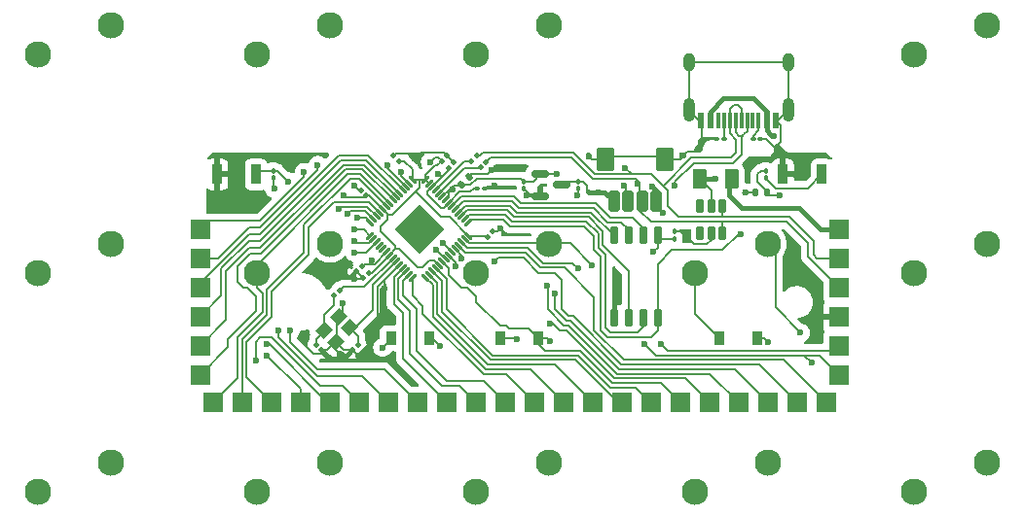
<source format=gbr>
%TF.GenerationSoftware,KiCad,Pcbnew,(6.0.10)*%
%TF.CreationDate,2023-03-18T11:22:51-05:00*%
%TF.ProjectId,Piggyback_2_0,50696767-7962-4616-936b-5f325f302e6b,rev?*%
%TF.SameCoordinates,Original*%
%TF.FileFunction,Copper,L2,Bot*%
%TF.FilePolarity,Positive*%
%FSLAX46Y46*%
G04 Gerber Fmt 4.6, Leading zero omitted, Abs format (unit mm)*
G04 Created by KiCad (PCBNEW (6.0.10)) date 2023-03-18 11:22:51*
%MOMM*%
%LPD*%
G01*
G04 APERTURE LIST*
G04 Aperture macros list*
%AMRoundRect*
0 Rectangle with rounded corners*
0 $1 Rounding radius*
0 $2 $3 $4 $5 $6 $7 $8 $9 X,Y pos of 4 corners*
0 Add a 4 corners polygon primitive as box body*
4,1,4,$2,$3,$4,$5,$6,$7,$8,$9,$2,$3,0*
0 Add four circle primitives for the rounded corners*
1,1,$1+$1,$2,$3*
1,1,$1+$1,$4,$5*
1,1,$1+$1,$6,$7*
1,1,$1+$1,$8,$9*
0 Add four rect primitives between the rounded corners*
20,1,$1+$1,$2,$3,$4,$5,0*
20,1,$1+$1,$4,$5,$6,$7,0*
20,1,$1+$1,$6,$7,$8,$9,0*
20,1,$1+$1,$8,$9,$2,$3,0*%
%AMRotRect*
0 Rectangle, with rotation*
0 The origin of the aperture is its center*
0 $1 length*
0 $2 width*
0 $3 Rotation angle, in degrees counterclockwise*
0 Add horizontal line*
21,1,$1,$2,0,0,$3*%
G04 Aperture macros list end*
%TA.AperFunction,ComponentPad*%
%ADD10C,2.300000*%
%TD*%
%TA.AperFunction,ComponentPad*%
%ADD11R,1.700000X1.700000*%
%TD*%
%TA.AperFunction,SMDPad,CuDef*%
%ADD12R,0.900000X1.700000*%
%TD*%
%TA.AperFunction,SMDPad,CuDef*%
%ADD13RoundRect,0.100000X-0.100000X0.130000X-0.100000X-0.130000X0.100000X-0.130000X0.100000X0.130000X0*%
%TD*%
%TA.AperFunction,SMDPad,CuDef*%
%ADD14RotRect,1.150000X1.000000X45.000000*%
%TD*%
%TA.AperFunction,SMDPad,CuDef*%
%ADD15RoundRect,0.100000X0.021213X0.162635X-0.162635X-0.021213X-0.021213X-0.162635X0.162635X0.021213X0*%
%TD*%
%TA.AperFunction,SMDPad,CuDef*%
%ADD16RoundRect,0.100000X0.100000X-0.130000X0.100000X0.130000X-0.100000X0.130000X-0.100000X-0.130000X0*%
%TD*%
%TA.AperFunction,SMDPad,CuDef*%
%ADD17RoundRect,0.100000X-0.021213X-0.162635X0.162635X0.021213X0.021213X0.162635X-0.162635X-0.021213X0*%
%TD*%
%TA.AperFunction,SMDPad,CuDef*%
%ADD18RoundRect,0.150000X-0.587500X-0.150000X0.587500X-0.150000X0.587500X0.150000X-0.587500X0.150000X0*%
%TD*%
%TA.AperFunction,SMDPad,CuDef*%
%ADD19RoundRect,0.135000X-0.135000X-0.185000X0.135000X-0.185000X0.135000X0.185000X-0.135000X0.185000X0*%
%TD*%
%TA.AperFunction,ComponentPad*%
%ADD20C,0.600000*%
%TD*%
%TA.AperFunction,SMDPad,CuDef*%
%ADD21RoundRect,0.166667X-0.333333X-0.733333X0.333333X-0.733333X0.333333X0.733333X-0.333333X0.733333X0*%
%TD*%
%TA.AperFunction,SMDPad,CuDef*%
%ADD22RoundRect,0.100000X-0.625000X-0.900000X0.625000X-0.900000X0.625000X0.900000X-0.625000X0.900000X0*%
%TD*%
%TA.AperFunction,SMDPad,CuDef*%
%ADD23R,0.600000X1.450000*%
%TD*%
%TA.AperFunction,SMDPad,CuDef*%
%ADD24R,0.300000X1.450000*%
%TD*%
%TA.AperFunction,ComponentPad*%
%ADD25O,1.000000X1.600000*%
%TD*%
%TA.AperFunction,ComponentPad*%
%ADD26O,1.000000X2.100000*%
%TD*%
%TA.AperFunction,SMDPad,CuDef*%
%ADD27RoundRect,0.100000X0.162635X-0.021213X-0.021213X0.162635X-0.162635X0.021213X0.021213X-0.162635X0*%
%TD*%
%TA.AperFunction,SMDPad,CuDef*%
%ADD28R,0.900000X1.200000*%
%TD*%
%TA.AperFunction,SMDPad,CuDef*%
%ADD29RoundRect,0.150000X0.150000X-0.650000X0.150000X0.650000X-0.150000X0.650000X-0.150000X-0.650000X0*%
%TD*%
%TA.AperFunction,SMDPad,CuDef*%
%ADD30RoundRect,0.006000X0.359210X-0.226274X-0.226274X0.359210X-0.359210X0.226274X0.226274X-0.359210X0*%
%TD*%
%TA.AperFunction,SMDPad,CuDef*%
%ADD31RoundRect,0.020000X0.339411X0.226274X0.226274X0.339411X-0.339411X-0.226274X-0.226274X-0.339411X0*%
%TD*%
%TA.AperFunction,SMDPad,CuDef*%
%ADD32RotRect,3.100000X3.100000X135.000000*%
%TD*%
%TA.AperFunction,SMDPad,CuDef*%
%ADD33RoundRect,0.250000X0.375000X0.625000X-0.375000X0.625000X-0.375000X-0.625000X0.375000X-0.625000X0*%
%TD*%
%TA.AperFunction,SMDPad,CuDef*%
%ADD34RoundRect,0.100000X-0.130000X-0.100000X0.130000X-0.100000X0.130000X0.100000X-0.130000X0.100000X0*%
%TD*%
%TA.AperFunction,SMDPad,CuDef*%
%ADD35RoundRect,0.150000X0.150000X-0.475000X0.150000X0.475000X-0.150000X0.475000X-0.150000X-0.475000X0*%
%TD*%
%TA.AperFunction,SMDPad,CuDef*%
%ADD36RoundRect,0.100000X0.130000X0.100000X-0.130000X0.100000X-0.130000X-0.100000X0.130000X-0.100000X0*%
%TD*%
%TA.AperFunction,SMDPad,CuDef*%
%ADD37RoundRect,0.140000X0.021213X-0.219203X0.219203X-0.021213X-0.021213X0.219203X-0.219203X0.021213X0*%
%TD*%
%TA.AperFunction,ViaPad*%
%ADD38C,0.600000*%
%TD*%
%TA.AperFunction,Conductor*%
%ADD39C,0.200000*%
%TD*%
%TA.AperFunction,Conductor*%
%ADD40C,0.400000*%
%TD*%
G04 APERTURE END LIST*
D10*
%TO.P,SW2,1,1*%
%TO.N,unconnected-(SW2-Pad1)*%
X85883750Y-65722500D03*
%TO.P,SW2,2,2*%
%TO.N,unconnected-(SW2-Pad2)*%
X92233750Y-63182500D03*
%TD*%
%TO.P,SW12,1,1*%
%TO.N,unconnected-(SW12-Pad1)*%
X85883750Y-103822500D03*
%TO.P,SW12,2,2*%
%TO.N,unconnected-(SW12-Pad2)*%
X92233750Y-101282500D03*
%TD*%
%TO.P,SW5,1,1*%
%TO.N,unconnected-(SW5-Pad1)*%
X143033750Y-65722500D03*
%TO.P,SW5,2,2*%
%TO.N,unconnected-(SW5-Pad2)*%
X149383750Y-63182500D03*
%TD*%
%TO.P,SW9,1,1*%
%TO.N,Net-(SW9-Pad1)*%
X123983750Y-84772500D03*
%TO.P,SW9,2,2*%
%TO.N,GP1*%
X130333750Y-82232500D03*
%TD*%
%TO.P,SW14,1,1*%
%TO.N,unconnected-(SW14-Pad1)*%
X123983750Y-103822500D03*
%TO.P,SW14,2,2*%
%TO.N,unconnected-(SW14-Pad2)*%
X130333750Y-101282500D03*
%TD*%
D11*
%TO.P,J1,1,Pin_1*%
%TO.N,GP1*%
X136525000Y-93662500D03*
%TO.P,J1,2,Pin_2*%
%TO.N,GP0*%
X136525000Y-91122500D03*
%TO.P,J1,3,Pin_3*%
%TO.N,GND*%
X136525000Y-88582500D03*
%TO.P,J1,4,Pin_4*%
%TO.N,D+*%
X136525000Y-86042500D03*
%TO.P,J1,5,Pin_5*%
%TO.N,D-*%
X136525000Y-83502500D03*
%TO.P,J1,6,Pin_6*%
%TO.N,VBUS*%
X136525000Y-80962500D03*
%TD*%
D10*
%TO.P,SW15,1,1*%
%TO.N,unconnected-(SW15-Pad1)*%
X143033750Y-103822500D03*
%TO.P,SW15,2,2*%
%TO.N,unconnected-(SW15-Pad2)*%
X149383750Y-101282500D03*
%TD*%
%TO.P,SW7,1,1*%
%TO.N,GP23*%
X85883750Y-84772500D03*
%TO.P,SW7,2,2*%
%TO.N,Net-(D1-Pad2)*%
X92233750Y-82232500D03*
%TD*%
%TO.P,SW10,1,1*%
%TO.N,unconnected-(SW10-Pad1)*%
X143033750Y-84772500D03*
%TO.P,SW10,2,2*%
%TO.N,unconnected-(SW10-Pad2)*%
X149383750Y-82232500D03*
%TD*%
%TO.P,SW11,1,1*%
%TO.N,unconnected-(SW11-Pad1)*%
X66833750Y-103822500D03*
%TO.P,SW11,2,2*%
%TO.N,unconnected-(SW11-Pad2)*%
X73183750Y-101282500D03*
%TD*%
%TO.P,SW3,1,1*%
%TO.N,unconnected-(SW3-Pad1)*%
X104933750Y-65722500D03*
%TO.P,SW3,2,2*%
%TO.N,unconnected-(SW3-Pad2)*%
X111283750Y-63182500D03*
%TD*%
%TO.P,SW1,1,1*%
%TO.N,unconnected-(SW1-Pad1)*%
X66833750Y-65722500D03*
%TO.P,SW1,2,2*%
%TO.N,unconnected-(SW1-Pad2)*%
X73183750Y-63182500D03*
%TD*%
%TO.P,SW8,1,1*%
%TO.N,Net-(SW8-Pad1)*%
X104933750Y-84772500D03*
%TO.P,SW8,2,2*%
%TO.N,GP0*%
X111283750Y-82232500D03*
%TD*%
%TO.P,SW6,1,1*%
%TO.N,unconnected-(SW6-Pad1)*%
X66833750Y-84772500D03*
%TO.P,SW6,2,2*%
%TO.N,unconnected-(SW6-Pad2)*%
X73183750Y-82232500D03*
%TD*%
%TO.P,SW13,1,1*%
%TO.N,unconnected-(SW13-Pad1)*%
X104933750Y-103822500D03*
%TO.P,SW13,2,2*%
%TO.N,unconnected-(SW13-Pad2)*%
X111283750Y-101282500D03*
%TD*%
D11*
%TO.P,J5,1,Pin_1*%
%TO.N,GP29*%
X80962500Y-80962500D03*
%TO.P,J5,2,Pin_2*%
%TO.N,GP28*%
X80962500Y-83502500D03*
%TO.P,J5,3,Pin_3*%
%TO.N,GP27*%
X80962500Y-86042500D03*
%TO.P,J5,4,Pin_4*%
%TO.N,GP26*%
X80962500Y-88582500D03*
%TO.P,J5,5,Pin_5*%
%TO.N,GP25*%
X80962500Y-91122500D03*
%TO.P,J5,6,Pin_6*%
%TO.N,GP24*%
X80962500Y-93662500D03*
%TD*%
D12*
%TO.P,SWR1,1,A*%
%TO.N,GND*%
X82437500Y-76200000D03*
%TO.P,SWR1,2,B*%
%TO.N,RUN*%
X85837500Y-76200000D03*
%TD*%
D13*
%TO.P,R8,1*%
%TO.N,QSPI_SS*%
X130175000Y-75880000D03*
%TO.P,R8,2*%
%TO.N,Net-(R8-Pad2)*%
X130175000Y-76520000D03*
%TD*%
D14*
%TO.P,Y1,1,1*%
%TO.N,Net-(C6-Pad2)*%
X91755057Y-89817494D03*
%TO.P,Y1,2,2*%
%TO.N,GND*%
X92992494Y-88580057D03*
%TO.P,Y1,3,3*%
%TO.N,XIN*%
X93982443Y-89570006D03*
%TO.P,Y1,4,4*%
%TO.N,GND*%
X92745006Y-90807443D03*
%TD*%
D15*
%TO.P,C8,1*%
%TO.N,+1V1*%
X95026274Y-84173726D03*
%TO.P,C8,2*%
%TO.N,GND*%
X94573726Y-84626274D03*
%TD*%
D16*
%TO.P,R3,1*%
%TO.N,+3V3*%
X87312500Y-76520000D03*
%TO.P,R3,2*%
%TO.N,RUN*%
X87312500Y-75880000D03*
%TD*%
D17*
%TO.P,C5,1*%
%TO.N,+1V1*%
X102573726Y-75632524D03*
%TO.P,C5,2*%
%TO.N,GND*%
X103026274Y-75179976D03*
%TD*%
%TO.P,R4,1*%
%TO.N,d-*%
X104573726Y-75026274D03*
%TO.P,R4,2*%
%TO.N,D-*%
X105026274Y-74573726D03*
%TD*%
D18*
%TO.P,U2,1,GND*%
%TO.N,GND*%
X110556434Y-78068198D03*
%TO.P,U2,2,VO*%
%TO.N,+3V3*%
X110556434Y-76168198D03*
%TO.P,U2,3,VI*%
%TO.N,+5V*%
X112431434Y-77118198D03*
%TD*%
D19*
%TO.P,R7,1*%
%TO.N,+3V3*%
X129269076Y-77761833D03*
%TO.P,R7,2*%
%TO.N,QSPI_SS*%
X130289076Y-77761833D03*
%TD*%
D17*
%TO.P,R6,1*%
%TO.N,Net-(C6-Pad2)*%
X92642476Y-86745024D03*
%TO.P,R6,2*%
%TO.N,XOUT*%
X93095024Y-86292476D03*
%TD*%
D11*
%TO.P,J2,1,Pin_1*%
%TO.N,GP23*%
X82068750Y-96043750D03*
%TO.P,J2,2,Pin_2*%
%TO.N,GP22*%
X84608750Y-96043750D03*
%TO.P,J2,3,Pin_3*%
%TO.N,GP21*%
X87148750Y-96043750D03*
%TO.P,J2,4,Pin_4*%
%TO.N,GP20*%
X89688750Y-96043750D03*
%TO.P,J2,5,Pin_5*%
%TO.N,GP19*%
X92228750Y-96043750D03*
%TO.P,J2,6,Pin_6*%
%TO.N,GP18*%
X94768750Y-96043750D03*
%TO.P,J2,7,Pin_7*%
%TO.N,GP17*%
X97308750Y-96043750D03*
%TO.P,J2,8,Pin_8*%
%TO.N,GP16*%
X99848750Y-96043750D03*
%TO.P,J2,9,Pin_9*%
%TO.N,GP15*%
X102388750Y-96043750D03*
%TO.P,J2,10,Pin_10*%
%TO.N,GP14*%
X104928750Y-96043750D03*
%TO.P,J2,11,Pin_11*%
%TO.N,GP13*%
X107468750Y-96043750D03*
%TO.P,J2,12,Pin_12*%
%TO.N,GP12*%
X110008750Y-96043750D03*
%TO.P,J2,13,Pin_13*%
%TO.N,GP11*%
X112548750Y-96043750D03*
%TO.P,J2,14,Pin_14*%
%TO.N,GP10*%
X115088750Y-96043750D03*
%TO.P,J2,15,Pin_15*%
%TO.N,GP9*%
X117628750Y-96043750D03*
%TO.P,J2,16,Pin_16*%
%TO.N,GP8*%
X120168750Y-96043750D03*
%TO.P,J2,17,Pin_17*%
%TO.N,GP7*%
X122708750Y-96043750D03*
%TO.P,J2,18,Pin_18*%
%TO.N,GP6*%
X125248750Y-96043750D03*
%TO.P,J2,19,Pin_19*%
%TO.N,GP5*%
X127788750Y-96043750D03*
%TO.P,J2,20,Pin_20*%
%TO.N,GP4*%
X130328750Y-96043750D03*
%TO.P,J2,21,Pin_21*%
%TO.N,GP3*%
X132868750Y-96043750D03*
%TO.P,J2,22,Pin_22*%
%TO.N,GP2*%
X135408750Y-96043750D03*
%TD*%
D20*
%TO.P,EZ1,*%
%TO.N,*%
X121012500Y-74162500D03*
X116612500Y-74162500D03*
X121012500Y-74862500D03*
X116612500Y-75562500D03*
X121762500Y-75562500D03*
X116612500Y-74862500D03*
X121012500Y-75562500D03*
X115812500Y-75562500D03*
D21*
%TO.P,EZ1,1,Pin_1*%
%TO.N,+5V*%
X117012500Y-78562500D03*
%TO.P,EZ1,2,Pin_2*%
%TO.N,D-*%
X118212500Y-78562500D03*
%TO.P,EZ1,3,Pin_3*%
%TO.N,D+*%
X119412500Y-78562500D03*
%TO.P,EZ1,4,Pin_4*%
%TO.N,GND*%
X120612500Y-78562500D03*
D22*
%TO.P,EZ1,MP,MountPin*%
X121387500Y-74862500D03*
X116237500Y-74862500D03*
%TD*%
D16*
%TO.P,C16,1*%
%TO.N,+3V3*%
X122233397Y-81813692D03*
%TO.P,C16,2*%
%TO.N,GND*%
X122233397Y-81173692D03*
%TD*%
D23*
%TO.P,J3,A1,GND*%
%TO.N,GND*%
X124543750Y-71513750D03*
%TO.P,J3,A4,VBUS*%
%TO.N,VBUS*%
X125343750Y-71513750D03*
D24*
%TO.P,J3,A5,CC1*%
%TO.N,Net-(J3-PadA5)*%
X126543750Y-71513750D03*
%TO.P,J3,A6,D+*%
%TO.N,D+*%
X127543750Y-71513750D03*
%TO.P,J3,A7,D-*%
%TO.N,D-*%
X128043750Y-71513750D03*
%TO.P,J3,A8,SBU1*%
%TO.N,unconnected-(J3-PadA8)*%
X129043750Y-71513750D03*
D23*
%TO.P,J3,A9,VBUS*%
%TO.N,VBUS*%
X130243750Y-71513750D03*
%TO.P,J3,A12,GND*%
%TO.N,GND*%
X131043750Y-71513750D03*
%TO.P,J3,B1,GND*%
X131043750Y-71513750D03*
%TO.P,J3,B4,VBUS*%
%TO.N,VBUS*%
X130243750Y-71513750D03*
D24*
%TO.P,J3,B5,CC2*%
%TO.N,Net-(J3-PadB5)*%
X129543750Y-71513750D03*
%TO.P,J3,B6,D+*%
%TO.N,D+*%
X128543750Y-71513750D03*
%TO.P,J3,B7,D-*%
%TO.N,D-*%
X127043750Y-71513750D03*
%TO.P,J3,B8,SBU2*%
%TO.N,unconnected-(J3-PadB8)*%
X126043750Y-71513750D03*
D23*
%TO.P,J3,B9,VBUS*%
%TO.N,VBUS*%
X125343750Y-71513750D03*
%TO.P,J3,B12,GND*%
%TO.N,GND*%
X124543750Y-71513750D03*
D25*
%TO.P,J3,S1,SHIELD*%
X123473750Y-66418750D03*
D26*
X123473750Y-70598750D03*
D25*
X132113750Y-66418750D03*
D26*
X132113750Y-70598750D03*
%TD*%
D27*
%TO.P,C6,1*%
%TO.N,GND*%
X91507524Y-91507524D03*
%TO.P,C6,2*%
%TO.N,Net-(C6-Pad2)*%
X91054976Y-91054976D03*
%TD*%
D28*
%TO.P,D1,1,K*%
%TO.N,GP7*%
X100868750Y-90487500D03*
%TO.P,D1,2,A*%
%TO.N,Net-(D1-Pad2)*%
X97568750Y-90487500D03*
%TD*%
%TO.P,D2,1,K*%
%TO.N,GP7*%
X110393750Y-90487500D03*
%TO.P,D2,2,A*%
%TO.N,Net-(SW8-Pad1)*%
X107093750Y-90487500D03*
%TD*%
D13*
%TO.P,C2,1*%
%TO.N,+3V3*%
X109112684Y-76798198D03*
%TO.P,C2,2*%
%TO.N,GND*%
X109112684Y-77438198D03*
%TD*%
D28*
%TO.P,D3,1,K*%
%TO.N,GP7*%
X129443750Y-90487500D03*
%TO.P,D3,2,A*%
%TO.N,Net-(SW9-Pad1)*%
X126143750Y-90487500D03*
%TD*%
D29*
%TO.P,U4,1,~{CS}*%
%TO.N,QSPI_SS*%
X120779126Y-88728552D03*
%TO.P,U4,2,DO(IO1)*%
%TO.N,QSPI_D1*%
X119509126Y-88728552D03*
%TO.P,U4,3,IO2*%
%TO.N,QSPI_D2*%
X118239126Y-88728552D03*
%TO.P,U4,4,GND*%
%TO.N,GND*%
X116969126Y-88728552D03*
%TO.P,U4,5,DI(IO0)*%
%TO.N,QSPI_D0*%
X116969126Y-81528552D03*
%TO.P,U4,6,CLK*%
%TO.N,QSPI_CLK*%
X118239126Y-81528552D03*
%TO.P,U4,7,IO3*%
%TO.N,QSPI_D3*%
X119509126Y-81528552D03*
%TO.P,U4,8,VCC*%
%TO.N,+3V3*%
X120779126Y-81528552D03*
%TD*%
D30*
%TO.P,U1,1,IOVDD*%
%TO.N,+3V3*%
X104279889Y-81552934D03*
%TO.P,U1,2,GPIO0*%
%TO.N,GP0*%
X103997047Y-81835777D03*
%TO.P,U1,3,GPIO1*%
%TO.N,GP1*%
X103714204Y-82118620D03*
%TO.P,U1,4,GPIO2*%
%TO.N,GP2*%
X103431361Y-82401462D03*
%TO.P,U1,5,GPIO3*%
%TO.N,GP3*%
X103148519Y-82684305D03*
%TO.P,U1,6,GPIO4*%
%TO.N,GP4*%
X102865676Y-82967148D03*
%TO.P,U1,7,GPIO5*%
%TO.N,GP5*%
X102582833Y-83249990D03*
%TO.P,U1,8,GPIO6*%
%TO.N,GP6*%
X102299990Y-83532833D03*
%TO.P,U1,9,GPIO7*%
%TO.N,GP7*%
X102017148Y-83815676D03*
%TO.P,U1,10,IOVDD*%
%TO.N,+3V3*%
X101734305Y-84098519D03*
%TO.P,U1,11,GPIO8*%
%TO.N,GP8*%
X101451462Y-84381361D03*
%TO.P,U1,12,GPIO9*%
%TO.N,GP9*%
X101168620Y-84664204D03*
%TO.P,U1,13,GPIO10*%
%TO.N,GP10*%
X100885777Y-84947047D03*
%TO.P,U1,14,GPIO11*%
%TO.N,GP11*%
X100602934Y-85229889D03*
D31*
%TO.P,U1,15,GPIO12*%
%TO.N,GP12*%
X99422066Y-85229889D03*
%TO.P,U1,16,GPIO13*%
%TO.N,GP13*%
X99139223Y-84947047D03*
%TO.P,U1,17,GPIO14*%
%TO.N,GP14*%
X98856380Y-84664204D03*
%TO.P,U1,18,GPIO15*%
%TO.N,GP15*%
X98573538Y-84381361D03*
%TO.P,U1,19,TESTEN*%
%TO.N,GND*%
X98290695Y-84098519D03*
%TO.P,U1,20,XIN*%
%TO.N,XIN*%
X98007852Y-83815676D03*
%TO.P,U1,21,XOUT*%
%TO.N,XOUT*%
X97725010Y-83532833D03*
%TO.P,U1,22,IOVDD*%
%TO.N,+3V3*%
X97442167Y-83249990D03*
%TO.P,U1,23,DVDD*%
%TO.N,+1V1*%
X97159324Y-82967148D03*
%TO.P,U1,24,SWCLK*%
%TO.N,SWCLK*%
X96876481Y-82684305D03*
%TO.P,U1,25,SWDIO*%
%TO.N,SWDIO*%
X96593639Y-82401462D03*
%TO.P,U1,26,RUN*%
%TO.N,RUN*%
X96310796Y-82118620D03*
%TO.P,U1,27,GPIO16*%
%TO.N,GP16*%
X96027953Y-81835777D03*
%TO.P,U1,28,GPIO17*%
%TO.N,GP17*%
X95745111Y-81552934D03*
D30*
%TO.P,U1,29,GPIO18*%
%TO.N,GP18*%
X95745111Y-80372066D03*
%TO.P,U1,30,GPIO19*%
%TO.N,GP19*%
X96027953Y-80089223D03*
%TO.P,U1,31,GPIO20*%
%TO.N,GP20*%
X96310796Y-79806380D03*
%TO.P,U1,32,GPIO21*%
%TO.N,GP21*%
X96593639Y-79523538D03*
%TO.P,U1,33,IOVDD*%
%TO.N,+3V3*%
X96876481Y-79240695D03*
%TO.P,U1,34,GPIO22*%
%TO.N,GP22*%
X97159324Y-78957852D03*
%TO.P,U1,35,GPIO23*%
%TO.N,GP23*%
X97442167Y-78675010D03*
%TO.P,U1,36,GPIO24*%
%TO.N,GP24*%
X97725010Y-78392167D03*
%TO.P,U1,37,GPIO25*%
%TO.N,GP25*%
X98007852Y-78109324D03*
%TO.P,U1,38,GPIO26/ADC0*%
%TO.N,GP26*%
X98290695Y-77826481D03*
%TO.P,U1,39,GPIO27/ADC1*%
%TO.N,GP27*%
X98573538Y-77543639D03*
%TO.P,U1,40,GPIO28/ADC2*%
%TO.N,GP28*%
X98856380Y-77260796D03*
%TO.P,U1,41,GPIO29/ADC3*%
%TO.N,GP29*%
X99139223Y-76977953D03*
%TO.P,U1,42,IOVDD*%
%TO.N,+3V3*%
X99422066Y-76695111D03*
D31*
%TO.P,U1,43,ADC_AVDD*%
X100602934Y-76695111D03*
%TO.P,U1,44,VREG_VIN*%
X100885777Y-76977953D03*
%TO.P,U1,45,VREG_VOUT*%
%TO.N,+1V1*%
X101168620Y-77260796D03*
%TO.P,U1,46,USB_DM*%
%TO.N,d-*%
X101451462Y-77543639D03*
%TO.P,U1,47,USB_DP*%
%TO.N,d+*%
X101734305Y-77826481D03*
%TO.P,U1,48,USB_VDD*%
%TO.N,+3V3*%
X102017148Y-78109324D03*
%TO.P,U1,49,IOVDD*%
X102299990Y-78392167D03*
%TO.P,U1,50,DVDD*%
%TO.N,+1V1*%
X102582833Y-78675010D03*
%TO.P,U1,51,QSPI_SD3*%
%TO.N,QSPI_D3*%
X102865676Y-78957852D03*
%TO.P,U1,52,QSPI_SCLK*%
%TO.N,QSPI_CLK*%
X103148519Y-79240695D03*
%TO.P,U1,53,QSPI_SD0*%
%TO.N,QSPI_D0*%
X103431361Y-79523538D03*
%TO.P,U1,54,QSPI_SD2*%
%TO.N,QSPI_D2*%
X103714204Y-79806380D03*
%TO.P,U1,55,QSPI_SD1*%
%TO.N,QSPI_D1*%
X103997047Y-80089223D03*
%TO.P,U1,56,QSPI_SS_N*%
%TO.N,QSPI_SS*%
X104279889Y-80372066D03*
D32*
%TO.P,U1,57,GND*%
%TO.N,GND*%
X100012500Y-80962500D03*
%TD*%
D27*
%TO.P,C10,1*%
%TO.N,+3V3*%
X95426274Y-78026274D03*
%TO.P,C10,2*%
%TO.N,GND*%
X94973726Y-77573726D03*
%TD*%
D17*
%TO.P,C3,1*%
%TO.N,+3V3*%
X101973726Y-75026274D03*
%TO.P,C3,2*%
%TO.N,GND*%
X102426274Y-74573726D03*
%TD*%
D33*
%TO.P,F1,1*%
%TO.N,VBUS*%
X127212500Y-76562500D03*
%TO.P,F1,2*%
%TO.N,+5V*%
X124412500Y-76562500D03*
%TD*%
D12*
%TO.P,SWR2,1,A*%
%TO.N,GND*%
X131650000Y-76200000D03*
%TO.P,SWR2,2,B*%
%TO.N,Net-(R8-Pad2)*%
X135050000Y-76200000D03*
%TD*%
D13*
%TO.P,C1,1*%
%TO.N,+5V*%
X113875184Y-76798198D03*
%TO.P,C1,2*%
%TO.N,GND*%
X113875184Y-77438198D03*
%TD*%
D34*
%TO.P,C7,1*%
%TO.N,+1V1*%
X105080000Y-77400000D03*
%TO.P,C7,2*%
%TO.N,GND*%
X105720000Y-77400000D03*
%TD*%
D15*
%TO.P,C15,1*%
%TO.N,XIN*%
X94682524Y-91054976D03*
%TO.P,C15,2*%
%TO.N,GND*%
X94229976Y-91507524D03*
%TD*%
D17*
%TO.P,R5,1*%
%TO.N,d+*%
X105386226Y-75588774D03*
%TO.P,R5,2*%
%TO.N,D+*%
X105838774Y-75136226D03*
%TD*%
D34*
%TO.P,R1,1*%
%TO.N,GND*%
X125886250Y-73125000D03*
%TO.P,R1,2*%
%TO.N,Net-(J3-PadA5)*%
X126526250Y-73125000D03*
%TD*%
D17*
%TO.P,C12,1*%
%TO.N,+3V3*%
X105973726Y-81626274D03*
%TO.P,C12,2*%
%TO.N,GND*%
X106426274Y-81173726D03*
%TD*%
D35*
%TO.P,U3,1,IO1*%
%TO.N,D+*%
X126362500Y-81293198D03*
%TO.P,U3,2,VN*%
%TO.N,GND*%
X125412500Y-81293198D03*
%TO.P,U3,3,IO2*%
%TO.N,unconnected-(U3-Pad3)*%
X124462500Y-81293198D03*
%TO.P,U3,4,IO3*%
%TO.N,unconnected-(U3-Pad4)*%
X124462500Y-78943198D03*
%TO.P,U3,5,VP*%
%TO.N,+5V*%
X125412500Y-78943198D03*
%TO.P,U3,6,IO4*%
%TO.N,D-*%
X126362500Y-78943198D03*
%TD*%
D36*
%TO.P,R2,1*%
%TO.N,GND*%
X129701250Y-73125000D03*
%TO.P,R2,2*%
%TO.N,Net-(J3-PadB5)*%
X129061250Y-73125000D03*
%TD*%
D37*
%TO.P,C4,1*%
%TO.N,+3V3*%
X103660589Y-77057609D03*
%TO.P,C4,2*%
%TO.N,GND*%
X104339411Y-76378787D03*
%TD*%
D15*
%TO.P,C9,1*%
%TO.N,+3V3*%
X95626274Y-84773726D03*
%TO.P,C9,2*%
%TO.N,GND*%
X95173726Y-85226274D03*
%TD*%
D27*
%TO.P,C11,1*%
%TO.N,+3V3*%
X98238774Y-75026274D03*
%TO.P,C11,2*%
%TO.N,GND*%
X97786226Y-74573726D03*
%TD*%
D38*
%TO.N,GP7*%
X130396762Y-90829792D03*
%TO.N,GP1*%
X133200000Y-90000000D03*
X134143750Y-92600000D03*
X119612500Y-90962500D03*
X113812500Y-84362500D03*
%TO.N,GP0*%
X121012500Y-90962500D03*
X115065625Y-84109375D03*
%TO.N,GP29*%
X90000000Y-76000000D03*
X98470977Y-75970330D03*
%TO.N,GP28*%
X97283692Y-75366541D03*
X91200000Y-75400000D03*
%TO.N,+5V*%
X115612500Y-77762500D03*
X125812500Y-76562500D03*
%TO.N,GND*%
X94385951Y-77172827D03*
X106290188Y-75846844D03*
X113791009Y-77982731D03*
X109380535Y-77991270D03*
X123288724Y-81223910D03*
X99612500Y-74762500D03*
X107093934Y-80918198D03*
X123012500Y-74562500D03*
X106600000Y-77200000D03*
X93081917Y-91825124D03*
X133400000Y-76200000D03*
X93334350Y-87428208D03*
X84200000Y-78200000D03*
X97012500Y-86162500D03*
X120319849Y-77289573D03*
X100012500Y-82550000D03*
X100012500Y-80962500D03*
X90200000Y-90200000D03*
X117412500Y-87362500D03*
X114775000Y-74600000D03*
X101600000Y-80962500D03*
X121212500Y-79562500D03*
X94363957Y-85321280D03*
X134556509Y-88868846D03*
X98425000Y-80962500D03*
X100012500Y-79375000D03*
%TO.N,+3V3*%
X102893934Y-77518198D03*
X128412500Y-77800000D03*
X120412500Y-82962500D03*
X93467690Y-77984615D03*
X87400000Y-77400000D03*
X112000000Y-76200000D03*
X100989040Y-75120053D03*
%TO.N,+1V1*%
X95893934Y-83718198D03*
X101693934Y-76118198D03*
%TO.N,VBUS*%
X130832696Y-72842758D03*
%TO.N,D+*%
X118978131Y-77026646D03*
X122240054Y-77151106D03*
%TO.N,D-*%
X117862206Y-77162500D03*
X117938430Y-75622000D03*
%TO.N,RUN*%
X94400000Y-83000000D03*
X88600000Y-76800000D03*
%TO.N,QSPI_SS*%
X131400000Y-78000000D03*
X128000000Y-81400000D03*
%TO.N,GP20*%
X93000000Y-79200000D03*
X86800000Y-92000000D03*
%TO.N,GP19*%
X93800000Y-79600000D03*
X86800000Y-91000000D03*
%TO.N,GP18*%
X85800000Y-92400000D03*
X94600000Y-80000000D03*
%TO.N,GP17*%
X87800000Y-89800000D03*
X94400000Y-81000000D03*
%TO.N,GP16*%
X94400000Y-82000000D03*
X88800000Y-89800000D03*
%TO.N,GP7*%
X101812500Y-91162500D03*
X111412500Y-90762500D03*
%TO.N,GP6*%
X111412500Y-89162500D03*
X101516303Y-82761847D03*
%TO.N,GP5*%
X103208339Y-84187765D03*
X111112657Y-85865846D03*
%TO.N,GP4*%
X102084633Y-82201129D03*
X111812500Y-86533621D03*
%TO.N,GP3*%
X106612500Y-83762500D03*
X103703287Y-83536519D03*
%TO.N,Net-(D1-Pad2)*%
X96837500Y-91281250D03*
%TO.N,Net-(SW8-Pad1)*%
X108493934Y-90518198D03*
%TD*%
D39*
%TO.N,GP7*%
X130396762Y-90829792D02*
X130054470Y-90487500D01*
X130054470Y-90487500D02*
X129443750Y-90487500D01*
%TO.N,GP1*%
X104195584Y-82600000D02*
X103714204Y-82118620D01*
X113812500Y-84362500D02*
X113368198Y-83918198D01*
X113368198Y-83918198D02*
X110768198Y-83918198D01*
X134143750Y-92600000D02*
X133506250Y-91962500D01*
X122212500Y-91962500D02*
X133237500Y-91962500D01*
X109450000Y-82600000D02*
X104195584Y-82600000D01*
X110768198Y-83918198D02*
X109450000Y-82600000D01*
X120612500Y-91962500D02*
X119612500Y-90962500D01*
X134825000Y-91962500D02*
X136525000Y-93662500D01*
X133237500Y-91962500D02*
X134825000Y-91962500D01*
X133506250Y-91962500D02*
X133237500Y-91962500D01*
X122212500Y-91962500D02*
X120612500Y-91962500D01*
X133200000Y-90000000D02*
X131000000Y-87800000D01*
X131000000Y-87800000D02*
X131000000Y-82898750D01*
%TO.N,GP0*%
X103997047Y-81835777D02*
X104361270Y-82200000D01*
X115065625Y-84109375D02*
X115093934Y-84137684D01*
X113156250Y-82200000D02*
X115065625Y-84109375D01*
X104361270Y-82200000D02*
X113156250Y-82200000D01*
X121612500Y-91562500D02*
X121012500Y-90962500D01*
X136085000Y-91562500D02*
X122812500Y-91562500D01*
X122812500Y-91562500D02*
X121612500Y-91562500D01*
%TO.N,GP29*%
X98470977Y-76309707D02*
X98470977Y-75970330D01*
X86200000Y-80200000D02*
X90000000Y-76400000D01*
X81725000Y-80200000D02*
X86200000Y-80200000D01*
X80962500Y-80962500D02*
X81725000Y-80200000D01*
X99139223Y-76977953D02*
X98470977Y-76309707D01*
X90000000Y-76400000D02*
X90000000Y-76000000D01*
%TO.N,GP28*%
X85200000Y-80800000D02*
X86200000Y-80800000D01*
X82497500Y-83502500D02*
X85200000Y-80800000D01*
X98856380Y-77260796D02*
X97283692Y-75688108D01*
X97283692Y-75688108D02*
X97283692Y-75366541D01*
X86200000Y-80800000D02*
X91200000Y-75800000D01*
X91200000Y-75800000D02*
X91200000Y-75400000D01*
X80962500Y-83502500D02*
X82497500Y-83502500D01*
%TO.N,GP27*%
X93012500Y-74562500D02*
X95592399Y-74562500D01*
X80962500Y-85637500D02*
X85200000Y-81400000D01*
X85200000Y-81400000D02*
X86175000Y-81400000D01*
X95592399Y-74562500D02*
X98573538Y-77543639D01*
X86175000Y-81400000D02*
X93012500Y-74562500D01*
%TO.N,GP26*%
X82812500Y-86732500D02*
X82812500Y-84387500D01*
X98276481Y-77826481D02*
X98290695Y-77826481D01*
X80962500Y-88582500D02*
X82812500Y-86732500D01*
X86175000Y-82000000D02*
X93212500Y-74962500D01*
X85200000Y-82000000D02*
X86175000Y-82000000D01*
X95412500Y-74962500D02*
X98276481Y-77826481D01*
X82812500Y-84387500D02*
X85200000Y-82000000D01*
X93212500Y-74962500D02*
X95412500Y-74962500D01*
%TO.N,GP25*%
X83212500Y-84587500D02*
X85200000Y-82600000D01*
X83212500Y-88872500D02*
X83212500Y-84587500D01*
X85200000Y-82600000D02*
X86175000Y-82600000D01*
X95261028Y-75362500D02*
X98007852Y-78109324D01*
X80962500Y-91122500D02*
X83212500Y-88872500D01*
X86175000Y-82600000D02*
X93412500Y-75362500D01*
X93412500Y-75362500D02*
X95261028Y-75362500D01*
D40*
%TO.N,+5V*%
X115612500Y-77762500D02*
X114812500Y-77762500D01*
D39*
X114612500Y-77162500D02*
X114248198Y-76798198D01*
X125412500Y-78943198D02*
X125412500Y-77562500D01*
X113875184Y-76798198D02*
X112751434Y-76798198D01*
D40*
X116812500Y-78400000D02*
X116175000Y-77762500D01*
D39*
X125412500Y-78943198D02*
X125412500Y-77787500D01*
X125412500Y-77562500D02*
X124412500Y-76562500D01*
X113875184Y-76798198D02*
X114248198Y-76798198D01*
D40*
X114812500Y-77762500D02*
X114712500Y-77662500D01*
X116175000Y-77762500D02*
X115612500Y-77762500D01*
D39*
X112751434Y-76798198D02*
X112431434Y-77118198D01*
D40*
X125812500Y-76562500D02*
X124412500Y-76562500D01*
D39*
X114612500Y-77562500D02*
X114612500Y-77162500D01*
X114712500Y-77662500D02*
X114612500Y-77562500D01*
%TO.N,GND*%
X130968750Y-74111326D02*
X130968750Y-73818750D01*
X121012500Y-74862500D02*
X120753799Y-74603799D01*
X123345250Y-74229750D02*
X124402412Y-74229750D01*
X109742684Y-78068198D02*
X109543309Y-77868823D01*
X96919607Y-85469607D02*
X96400000Y-85989214D01*
X92878919Y-90673530D02*
X92878919Y-88693632D01*
X130968750Y-71588750D02*
X131043750Y-71513750D01*
X91400000Y-91800000D02*
X91507524Y-91692476D01*
X113875184Y-77438198D02*
X113875184Y-77898556D01*
X124618750Y-73025000D02*
X124618750Y-71588750D01*
X130208889Y-73125000D02*
X130812043Y-73728154D01*
X124543750Y-71513750D02*
X124388750Y-71513750D01*
X99212500Y-74362500D02*
X99612500Y-74762500D01*
X91507524Y-91507524D02*
X92044925Y-91507524D01*
X133400000Y-75456250D02*
X133400000Y-76200000D01*
X96400000Y-85989214D02*
X96400000Y-90200000D01*
X97786226Y-74573726D02*
X97997452Y-74362500D01*
X109543309Y-77868823D02*
X109112684Y-77438198D01*
X93445087Y-91507524D02*
X92745006Y-90807443D01*
X130968750Y-73818750D02*
X130902639Y-73818750D01*
X95078720Y-85321280D02*
X94363957Y-85321280D01*
X122798593Y-81173692D02*
X122233397Y-81173692D01*
X99612500Y-74762500D02*
X100098963Y-74276037D01*
X124618750Y-71588750D02*
X124543750Y-71513750D01*
X120412500Y-78762500D02*
X121212500Y-79562500D01*
X90200000Y-90200000D02*
X90200000Y-91200000D01*
X96400000Y-90200000D02*
X94800000Y-91800000D01*
X102426274Y-74573726D02*
X102128585Y-74276037D01*
X131219337Y-74361913D02*
X130968750Y-74111326D01*
X92992494Y-88580057D02*
X93334350Y-88238201D01*
X125412500Y-81293198D02*
X125412500Y-81894938D01*
X131198750Y-71513750D02*
X132113750Y-70598750D01*
X123825000Y-82200099D02*
X123212500Y-81587599D01*
X125412500Y-81894938D02*
X125020278Y-82287160D01*
X123212500Y-81362500D02*
X123023692Y-81173692D01*
X122712500Y-74862500D02*
X123012500Y-74562500D01*
X123912061Y-82287160D02*
X123825000Y-82200099D01*
X91507524Y-91692476D02*
X91507524Y-91507524D01*
X104339411Y-76378787D02*
X104569368Y-76148830D01*
X109543309Y-77868823D02*
X109420862Y-77991270D01*
X94573726Y-84626274D02*
X94363957Y-84836043D01*
X124618750Y-74013412D02*
X124618750Y-73025000D01*
X125020278Y-82287160D02*
X123912061Y-82287160D01*
X120412500Y-77382225D02*
X120412500Y-78400000D01*
X123825000Y-82200099D02*
X122798593Y-81173692D01*
X94800000Y-91800000D02*
X94522452Y-91800000D01*
X120753799Y-74603799D02*
X116871201Y-74603799D01*
X94522452Y-91800000D02*
X94229976Y-91507524D01*
X123473750Y-66418750D02*
X123473750Y-70598750D01*
X123212500Y-81587599D02*
X123212500Y-81362500D01*
X97012500Y-85562500D02*
X97012500Y-86162500D01*
X93334350Y-88238201D02*
X93334350Y-87428208D01*
X94786850Y-77573726D02*
X94385951Y-77172827D01*
X103026274Y-75173726D02*
X102426274Y-74573726D01*
X130902639Y-73818750D02*
X130812043Y-73728154D01*
X105720000Y-77400000D02*
X106400000Y-77400000D01*
X102128585Y-74276037D02*
X100098963Y-74276037D01*
X90200000Y-91200000D02*
X90800000Y-91800000D01*
X120412500Y-78400000D02*
X120412500Y-78762500D01*
X113875184Y-77898556D02*
X113791009Y-77982731D01*
X90800000Y-91800000D02*
X91400000Y-91800000D01*
X95173726Y-85226274D02*
X94573726Y-84626274D01*
X92745006Y-90807443D02*
X92745006Y-91488213D01*
X131219337Y-74361913D02*
X131469923Y-74612500D01*
X106400000Y-77400000D02*
X106600000Y-77200000D01*
X97997452Y-74362500D02*
X99212500Y-74362500D01*
X92745006Y-91488213D02*
X93081917Y-91825124D01*
X131462021Y-71932021D02*
X131043750Y-71513750D01*
X106838406Y-81173726D02*
X107093934Y-80918198D01*
X116969126Y-87805874D02*
X117412500Y-87362500D01*
X116871201Y-74603799D02*
X116612500Y-74862500D01*
X96919607Y-85469607D02*
X97012500Y-85562500D01*
X132556250Y-74612500D02*
X133400000Y-75456250D01*
X131469923Y-74612500D02*
X132556250Y-74612500D01*
X105988202Y-76148830D02*
X106290188Y-75846844D01*
X125886250Y-73025000D02*
X124618750Y-73025000D01*
X94363957Y-84836043D02*
X94363957Y-85321280D01*
X129701250Y-73125000D02*
X130208889Y-73125000D01*
X94973726Y-77573726D02*
X94786850Y-77573726D01*
D40*
X120612500Y-78562500D02*
X120612500Y-77582224D01*
D39*
X124402412Y-74229750D02*
X124618750Y-74013412D01*
X132113750Y-70598750D02*
X132113750Y-66418750D01*
X121012500Y-74862500D02*
X122712500Y-74862500D01*
X130968750Y-73818750D02*
X131462021Y-73325479D01*
X131650000Y-76200000D02*
X133400000Y-76200000D01*
X94229976Y-91507524D02*
X93445087Y-91507524D01*
X92044925Y-91507524D02*
X92745006Y-90807443D01*
X115037500Y-74862500D02*
X114775000Y-74600000D01*
X106426274Y-81173726D02*
X106838406Y-81173726D01*
X109420862Y-77991270D02*
X109380535Y-77991270D01*
X123023692Y-81173692D02*
X122233397Y-81173692D01*
X132113750Y-66418750D02*
X123473750Y-66418750D01*
X116612500Y-74862500D02*
X115037500Y-74862500D01*
X116969126Y-88728552D02*
X116969126Y-87805874D01*
X131462021Y-73325479D02*
X131462021Y-71932021D01*
D40*
X120612500Y-77582224D02*
X120319849Y-77289573D01*
D39*
X131043750Y-71513750D02*
X131198750Y-71513750D01*
X104569368Y-76148830D02*
X105988202Y-76148830D01*
X120319849Y-77289573D02*
X120412500Y-77382225D01*
X110556434Y-78068198D02*
X109742684Y-78068198D01*
X98290695Y-84098519D02*
X96919607Y-85469607D01*
X124388750Y-71513750D02*
X123473750Y-70598750D01*
X123012500Y-74562500D02*
X123345250Y-74229750D01*
%TO.N,+3V3*%
X95426274Y-78026274D02*
X95252548Y-78200000D01*
X99893934Y-84318198D02*
X98293934Y-82718198D01*
X97293934Y-79718198D02*
X97293934Y-79658148D01*
X99422066Y-75772066D02*
X99422066Y-76695111D01*
X102987061Y-77139411D02*
X102563236Y-77563236D01*
X105010134Y-76565628D02*
X105809372Y-76565628D01*
X97693934Y-79718198D02*
X99693934Y-77718198D01*
X101973726Y-74997990D02*
X101693934Y-74718198D01*
X104457564Y-77118198D02*
X105010134Y-76565628D01*
X103721178Y-77118198D02*
X104457564Y-77118198D01*
X104279889Y-81552934D02*
X102645153Y-79918198D01*
X128200000Y-77800000D02*
X128412500Y-77800000D01*
X104279889Y-81552934D02*
X105900386Y-81552934D01*
X105812500Y-76562500D02*
X108876986Y-76562500D01*
X101390895Y-74718198D02*
X101693934Y-74718198D01*
X96876481Y-79240695D02*
X95662060Y-78026274D01*
X103660589Y-77139411D02*
X102987061Y-77139411D01*
X95918431Y-84773726D02*
X95626274Y-84773726D01*
X100070847Y-76695111D02*
X100602934Y-76695111D01*
X97293934Y-79658148D02*
X96876481Y-79240695D01*
X97442167Y-83249990D02*
X95918431Y-84773726D01*
X108876986Y-76562500D02*
X109112684Y-76798198D01*
X99422066Y-76695111D02*
X100070847Y-76695111D01*
X95662060Y-78026274D02*
X95426274Y-78026274D01*
X102987061Y-77139411D02*
X102987061Y-77425071D01*
X101393934Y-75418198D02*
X100602934Y-76209198D01*
X100070847Y-77341285D02*
X100070847Y-76695111D01*
X98238774Y-75026274D02*
X98676274Y-75026274D01*
X121064266Y-81813692D02*
X120779126Y-81528552D01*
X97973959Y-82718198D02*
X97442167Y-83249990D01*
X100602934Y-76209198D02*
X100602934Y-76695111D01*
X99693934Y-77718198D02*
X100070847Y-77341285D01*
X109926434Y-76798198D02*
X109112684Y-76798198D01*
X128412500Y-77800000D02*
X129230909Y-77800000D01*
X101973726Y-75038406D02*
X101593934Y-75418198D01*
X100293934Y-84318198D02*
X99893934Y-84318198D01*
X101734305Y-84098519D02*
X101353984Y-83718198D01*
X110556434Y-76168198D02*
X109926434Y-76798198D01*
X100893934Y-83718198D02*
X100293934Y-84318198D01*
X102563236Y-78128921D02*
X102563236Y-77563236D01*
X101353984Y-83718198D02*
X100893934Y-83718198D01*
X122233397Y-81813692D02*
X121064266Y-81813692D01*
X101593934Y-75418198D02*
X101393934Y-75418198D01*
X93683075Y-78200000D02*
X93467690Y-77984615D01*
X101893934Y-79918198D02*
X99693934Y-77718198D01*
X96693934Y-81118198D02*
X96693934Y-80718198D01*
X97293934Y-80118198D02*
X97293934Y-79718198D01*
X102987061Y-77425071D02*
X102893934Y-77518198D01*
X97973959Y-82718198D02*
X97973959Y-82398223D01*
X97293934Y-79718198D02*
X97693934Y-79718198D01*
X87400000Y-77400000D02*
X87312500Y-77312500D01*
X98293934Y-82718198D02*
X97973959Y-82718198D01*
X112000000Y-76200000D02*
X110588236Y-76200000D01*
X96693934Y-80718198D02*
X97293934Y-80118198D01*
X100989040Y-75120053D02*
X101390895Y-74718198D01*
X120779126Y-81528552D02*
X120779126Y-82595874D01*
X102299990Y-78392167D02*
X102563236Y-78128921D01*
X100885776Y-76977953D02*
X100602934Y-76695111D01*
X97973959Y-82398223D02*
X96693934Y-81118198D01*
X102645153Y-79918198D02*
X101893934Y-79918198D01*
X102563236Y-77563236D02*
X102017148Y-78109324D01*
X120779126Y-82595874D02*
X120412500Y-82962500D01*
X105809372Y-76565628D02*
X105812500Y-76562500D01*
X98676274Y-75026274D02*
X99422066Y-75772066D01*
X93683075Y-78200000D02*
X95252548Y-78200000D01*
X87312500Y-77312500D02*
X87312500Y-76520000D01*
%TO.N,+1V1*%
X101168620Y-77260796D02*
X101151336Y-77260796D01*
X102002576Y-76426840D02*
X101168620Y-77260796D01*
X95200000Y-84000000D02*
X95026274Y-84173726D01*
X95612132Y-84000000D02*
X95893934Y-83718198D01*
X95575736Y-84000000D02*
X95200000Y-84000000D01*
X102002576Y-76426840D02*
X101693934Y-76118198D01*
X101893934Y-79118198D02*
X102139645Y-79118198D01*
X102573726Y-75855690D02*
X102002576Y-76426840D01*
X102582833Y-78675010D02*
X103539646Y-77718198D01*
X102139645Y-79118198D02*
X102582833Y-78675010D01*
X104800000Y-77400000D02*
X104481802Y-77718198D01*
X102573726Y-75632524D02*
X102573726Y-75855690D01*
X97159324Y-82967148D02*
X96126472Y-84000000D01*
X100693934Y-77718198D02*
X100693934Y-77918198D01*
X100693934Y-77918198D02*
X101893934Y-79118198D01*
X103539646Y-77718198D02*
X104481802Y-77718198D01*
X105080000Y-77400000D02*
X104800000Y-77400000D01*
X95575736Y-84000000D02*
X95612132Y-84000000D01*
X96126472Y-84000000D02*
X95575736Y-84000000D01*
X101151336Y-77260796D02*
X100693934Y-77718198D01*
%TO.N,Net-(C6-Pad2)*%
X91054976Y-90517575D02*
X91755057Y-89817494D01*
X91755057Y-88444943D02*
X91755057Y-89817494D01*
X92642476Y-86745024D02*
X92642476Y-87557524D01*
X91054976Y-91054976D02*
X91054976Y-90517575D01*
X92642476Y-87557524D02*
X91755057Y-88444943D01*
%TO.N,XIN*%
X94682524Y-90270087D02*
X93982443Y-89570006D01*
X94429994Y-89570006D02*
X96000000Y-88000000D01*
X94682524Y-91054976D02*
X94682524Y-90270087D01*
X96000000Y-88000000D02*
X96000000Y-85823528D01*
X96000000Y-85823528D02*
X98007852Y-83815676D01*
D40*
%TO.N,VBUS*%
X130243750Y-70732236D02*
X129088285Y-69576771D01*
X130243750Y-71513750D02*
X130243750Y-70732236D01*
X129088285Y-69576771D02*
X126496890Y-69576771D01*
X125343750Y-70729911D02*
X125343750Y-71513750D01*
X130243750Y-71513750D02*
X130243750Y-72361444D01*
X134938236Y-80962500D02*
X136525000Y-80962500D01*
X130628439Y-72746133D02*
X130725064Y-72842758D01*
X126496890Y-69576771D02*
X125343750Y-70729911D01*
X126975368Y-77725368D02*
X126975368Y-77999632D01*
X127606250Y-76805882D02*
X127606250Y-76200000D01*
X126975368Y-77999632D02*
X128093934Y-79118198D01*
X130725064Y-72842758D02*
X130832696Y-72842758D01*
X133093934Y-79118198D02*
X134938236Y-80962500D01*
X130243750Y-72361444D02*
X130628439Y-72746133D01*
X128093934Y-79118198D02*
X133093934Y-79118198D01*
X126975368Y-77725368D02*
X126975368Y-77436764D01*
D39*
%TO.N,D+*%
X115094300Y-76562500D02*
X113274998Y-74743198D01*
X127295217Y-75197415D02*
X123902717Y-75197415D01*
X128285275Y-72722775D02*
X128108515Y-72899535D01*
X128184670Y-72823380D02*
X128285275Y-72722775D01*
X126362500Y-80353913D02*
X126373215Y-80343198D01*
X136525000Y-86042500D02*
X133868934Y-83386434D01*
X119212500Y-79362500D02*
X119212500Y-76962500D01*
X120193198Y-80343198D02*
X119212500Y-79362500D01*
X127543750Y-71513750D02*
X127543750Y-72502902D01*
X128037326Y-74062326D02*
X128037326Y-72865336D01*
X123902717Y-75197415D02*
X122240054Y-76860078D01*
X128037326Y-72865336D02*
X127995370Y-72823380D01*
X128285275Y-72722775D02*
X128543750Y-72464300D01*
X118812500Y-76562500D02*
X115094300Y-76562500D01*
X127543750Y-72502902D02*
X127864228Y-72823380D01*
X128037326Y-73818750D02*
X128037326Y-74062326D01*
X126362500Y-81293198D02*
X126362500Y-80353913D01*
X113274998Y-74743198D02*
X106231802Y-74743198D01*
X128543750Y-72464300D02*
X128543750Y-71513750D01*
X126373215Y-80343198D02*
X120193198Y-80343198D01*
X128037326Y-74062326D02*
X128037326Y-74455306D01*
X122240054Y-76860078D02*
X122240054Y-77151106D01*
X128037326Y-74455306D02*
X127295217Y-75197415D01*
X133868934Y-82211398D02*
X132000734Y-80343198D01*
X132000734Y-80343198D02*
X126373215Y-80343198D01*
X127995370Y-72823380D02*
X128184670Y-72823380D01*
X133868934Y-83386434D02*
X133868934Y-82211398D01*
X127864228Y-72823380D02*
X127995370Y-72823380D01*
X119212500Y-76962500D02*
X118812500Y-76562500D01*
X106231802Y-74743198D02*
X105838774Y-75136226D01*
%TO.N,D-*%
X118812500Y-76162500D02*
X120212500Y-76162500D01*
X134621397Y-83502500D02*
X134318934Y-83200037D01*
X105308075Y-74573726D02*
X105588603Y-74293198D01*
X121612500Y-77562500D02*
X121612500Y-78962500D01*
X121243750Y-77193750D02*
X121612500Y-77562500D01*
X105026274Y-74573726D02*
X105308075Y-74573726D01*
X117862206Y-77162500D02*
X118012500Y-77289850D01*
X127587326Y-73173590D02*
X127587326Y-74268906D01*
X118012500Y-77289850D02*
X118012500Y-78400000D01*
X134318934Y-82024998D02*
X132187134Y-79893198D01*
X127043750Y-70518394D02*
X127404465Y-70157679D01*
X126362500Y-78943198D02*
X126362500Y-79887855D01*
X136525000Y-83502500D02*
X134621397Y-83502500D01*
X127587326Y-74268906D02*
X127108817Y-74747415D01*
X123716317Y-74747415D02*
X121269982Y-77193750D01*
X122543198Y-79893198D02*
X126367843Y-79893198D01*
X117938430Y-75622000D02*
X117938430Y-75781379D01*
X127404465Y-70157679D02*
X127706330Y-70157679D01*
X127043750Y-71513750D02*
X127043750Y-70518394D01*
X121612500Y-78962500D02*
X122543198Y-79893198D01*
X127043750Y-71513750D02*
X127043750Y-72630014D01*
X113461398Y-74293198D02*
X115330700Y-76162500D01*
X132187134Y-79893198D02*
X126367843Y-79893198D01*
X126362500Y-79887855D02*
X126367843Y-79893198D01*
X120212500Y-76162500D02*
X120512500Y-76462500D01*
X117938430Y-75622000D02*
X118478930Y-76162500D01*
X120512500Y-76462500D02*
X121243750Y-77193750D01*
X134318934Y-83200037D02*
X134318934Y-82024998D01*
X115330700Y-76162500D02*
X118812500Y-76162500D01*
X105588603Y-74293198D02*
X113461398Y-74293198D01*
X128043750Y-70495099D02*
X128043750Y-71513750D01*
X127706330Y-70157679D02*
X128043750Y-70495099D01*
X127108817Y-74747415D02*
X123716317Y-74747415D01*
X118478930Y-76162500D02*
X118812500Y-76162500D01*
X121269982Y-77193750D02*
X121243750Y-77193750D01*
X127043750Y-72630014D02*
X127587326Y-73173590D01*
%TO.N,RUN*%
X96310796Y-82118620D02*
X95429416Y-83000000D01*
X87312500Y-75880000D02*
X86157500Y-75880000D01*
X95429416Y-83000000D02*
X94400000Y-83000000D01*
X87680000Y-75880000D02*
X87312500Y-75880000D01*
X88600000Y-76800000D02*
X87680000Y-75880000D01*
%TO.N,d-*%
X103968827Y-75026274D02*
X101451462Y-77543639D01*
X104573726Y-75026274D02*
X103968827Y-75026274D01*
%TO.N,d+*%
X103934512Y-75626274D02*
X105173726Y-75626274D01*
X101734305Y-77826481D02*
X103934512Y-75626274D01*
%TO.N,XOUT*%
X95257843Y-86000000D02*
X93387500Y-86000000D01*
X93095024Y-86292476D02*
X93327477Y-86060023D01*
X97725010Y-83532833D02*
X95257843Y-86000000D01*
X93387500Y-86000000D02*
X93327477Y-86060023D01*
%TO.N,QSPI_SS*%
X129733932Y-75880000D02*
X130175000Y-75880000D01*
X107293934Y-80118198D02*
X107893934Y-80718198D01*
X115212500Y-82762500D02*
X115812500Y-83362500D01*
X126400000Y-82800000D02*
X121987500Y-82800000D01*
X107893934Y-80718198D02*
X114368198Y-80718198D01*
X115212500Y-81562500D02*
X115212500Y-82762500D01*
X127800000Y-81400000D02*
X126400000Y-82800000D01*
X130289076Y-77702908D02*
X129450811Y-76864643D01*
X120779126Y-89795874D02*
X120779126Y-88728552D01*
X121987500Y-82800000D02*
X120779126Y-84008374D01*
X116412500Y-90362500D02*
X120212500Y-90362500D01*
X130527243Y-78000000D02*
X130289076Y-77761833D01*
X120212500Y-90362500D02*
X120779126Y-89795874D01*
X115812500Y-83362500D02*
X115812500Y-89762500D01*
X128000000Y-81400000D02*
X127800000Y-81400000D01*
X114368198Y-80718198D02*
X115212500Y-81562500D01*
X120779126Y-84008374D02*
X120779126Y-88728552D01*
X131400000Y-78000000D02*
X130527243Y-78000000D01*
X129450811Y-76163121D02*
X129733932Y-75880000D01*
X115812500Y-89762500D02*
X116412500Y-90362500D01*
X129450811Y-76864643D02*
X129450811Y-76163121D01*
X104533757Y-80118198D02*
X107293934Y-80118198D01*
X104279889Y-80372066D02*
X104533757Y-80118198D01*
%TO.N,Net-(R8-Pad2)*%
X133850000Y-77400000D02*
X135050000Y-76200000D01*
X130175000Y-76575000D02*
X131000000Y-77400000D01*
X131000000Y-77400000D02*
X133850000Y-77400000D01*
%TO.N,GP24*%
X86275000Y-83100000D02*
X93612500Y-75762500D01*
X93612500Y-75762500D02*
X95095343Y-75762500D01*
X84200000Y-84200000D02*
X85300000Y-83100000D01*
X85300000Y-83100000D02*
X86275000Y-83100000D01*
X85103238Y-86053238D02*
X84720701Y-86053238D01*
X95095343Y-75762500D02*
X97725010Y-78392167D01*
X85856141Y-86806141D02*
X85103238Y-86053238D01*
X80962500Y-93662500D02*
X83412500Y-91212500D01*
X84720701Y-86053238D02*
X84200000Y-85532537D01*
X84200000Y-85532537D02*
X84200000Y-84200000D01*
X85856141Y-88118859D02*
X85856141Y-86806141D01*
X83412500Y-90562500D02*
X85856141Y-88118859D01*
X83412500Y-91212500D02*
X83412500Y-90562500D01*
%TO.N,GP23*%
X85883750Y-86083750D02*
X86400000Y-86600000D01*
X93812500Y-76162500D02*
X85883750Y-84091250D01*
X84212500Y-90387500D02*
X84212500Y-93900000D01*
X85883750Y-84772500D02*
X85883750Y-86083750D01*
X84212500Y-93900000D02*
X82068750Y-96043750D01*
X86400000Y-88200000D02*
X84212500Y-90387500D01*
X97442167Y-78675010D02*
X94929657Y-76162500D01*
X86400000Y-86600000D02*
X86400000Y-88200000D01*
X94929657Y-76162500D02*
X93812500Y-76162500D01*
%TO.N,GP22*%
X94012500Y-76562500D02*
X94763972Y-76562500D01*
X97159324Y-78957852D02*
X94763972Y-76562500D01*
X86800000Y-86200000D02*
X86800000Y-88400000D01*
X90012500Y-80562500D02*
X94012500Y-76562500D01*
X84608750Y-90591250D02*
X84608750Y-96043750D01*
X86800000Y-86200000D02*
X90012500Y-82987500D01*
X90012500Y-80562500D02*
X90012500Y-82987500D01*
X86800000Y-88400000D02*
X84608750Y-90591250D01*
%TO.N,GP21*%
X92600000Y-78600000D02*
X90400000Y-80800000D01*
X95670101Y-78600000D02*
X92600000Y-78600000D01*
X87200000Y-86400000D02*
X87200000Y-88600000D01*
X85000000Y-90800000D02*
X85000000Y-93895000D01*
X96593639Y-79523538D02*
X95670101Y-78600000D01*
X87200000Y-88600000D02*
X85000000Y-90800000D01*
X85000000Y-93895000D02*
X87148750Y-96043750D01*
X90400000Y-80800000D02*
X90400000Y-83200000D01*
X90400000Y-83200000D02*
X87200000Y-86400000D01*
%TO.N,GP20*%
X93000000Y-79000000D02*
X93000000Y-79200000D01*
X89688750Y-96043750D02*
X89688750Y-94888750D01*
X96310796Y-79806380D02*
X95504416Y-79000000D01*
X89688750Y-94888750D02*
X86800000Y-92000000D01*
X95504416Y-79000000D02*
X93000000Y-79000000D01*
%TO.N,GP19*%
X92043750Y-96043750D02*
X87000000Y-91000000D01*
X96027953Y-80089223D02*
X95338730Y-79400000D01*
X87000000Y-91000000D02*
X86800000Y-91000000D01*
X94000000Y-79400000D02*
X95338730Y-79400000D01*
X94000000Y-79400000D02*
X93800000Y-79600000D01*
%TO.N,QSPI_D3*%
X102865676Y-78957852D02*
X103705330Y-78118198D01*
X108293934Y-78118198D02*
X108893934Y-78718198D01*
X103705330Y-78118198D02*
X108293934Y-78118198D01*
X108893934Y-78718198D02*
X115368198Y-78718198D01*
X116612500Y-79962500D02*
X118612500Y-79962500D01*
X119509126Y-80859126D02*
X119509126Y-81528552D01*
X115368198Y-78718198D02*
X116612500Y-79962500D01*
X118612500Y-79962500D02*
X119509126Y-80859126D01*
%TO.N,QSPI_CLK*%
X108093934Y-78518198D02*
X108693934Y-79118198D01*
X115168198Y-79118198D02*
X116412500Y-80362500D01*
X118239126Y-80989126D02*
X118239126Y-81528552D01*
X116412500Y-80362500D02*
X117612500Y-80362500D01*
X108693934Y-79118198D02*
X115168198Y-79118198D01*
X103148519Y-79240695D02*
X103871016Y-78518198D01*
X103871016Y-78518198D02*
X108093934Y-78518198D01*
X117612500Y-80362500D02*
X118239126Y-80989126D01*
%TO.N,QSPI_D0*%
X116969126Y-81519126D02*
X116969126Y-81528552D01*
X103431361Y-79523538D02*
X104036701Y-78918198D01*
X104036701Y-78918198D02*
X107893934Y-78918198D01*
X114968198Y-79518198D02*
X116969126Y-81519126D01*
X108493934Y-79518198D02*
X114968198Y-79518198D01*
X107893934Y-78918198D02*
X108493934Y-79518198D01*
%TO.N,QSPI_D2*%
X116012500Y-81162500D02*
X116012500Y-82362500D01*
X116012500Y-82362500D02*
X118239126Y-84589126D01*
X114768198Y-79918198D02*
X116012500Y-81162500D01*
X104202386Y-79318198D02*
X107693934Y-79318198D01*
X103714204Y-79806380D02*
X104202386Y-79318198D01*
X107693934Y-79318198D02*
X108293934Y-79918198D01*
X118239126Y-84589126D02*
X118239126Y-88728552D01*
X108293934Y-79918198D02*
X114768198Y-79918198D01*
%TO.N,QSPI_D1*%
X103997047Y-80089223D02*
X104368072Y-79718198D01*
X119012500Y-89962500D02*
X119509126Y-89465874D01*
X108093934Y-80318198D02*
X114568198Y-80318198D01*
X115612500Y-81362500D02*
X115612500Y-82562500D01*
X107493934Y-79718198D02*
X108093934Y-80318198D01*
X114568198Y-80318198D02*
X115612500Y-81362500D01*
X104368072Y-79718198D02*
X107493934Y-79718198D01*
X116212500Y-83162500D02*
X116212500Y-89562500D01*
X116212500Y-89562500D02*
X116612500Y-89962500D01*
X119509126Y-89465874D02*
X119509126Y-88728552D01*
X115612500Y-82562500D02*
X116212500Y-83162500D01*
X116612500Y-89962500D02*
X119012500Y-89962500D01*
%TO.N,GP18*%
X85800000Y-92400000D02*
X85800000Y-90800000D01*
X87200000Y-90400000D02*
X91400000Y-94600000D01*
X91400000Y-94600000D02*
X93325000Y-94600000D01*
X95373045Y-80000000D02*
X94600000Y-80000000D01*
X95745111Y-80372066D02*
X95373045Y-80000000D01*
X85800000Y-90800000D02*
X86200000Y-90400000D01*
X93325000Y-94600000D02*
X94768750Y-96043750D01*
X86200000Y-90400000D02*
X87200000Y-90400000D01*
%TO.N,GP17*%
X95065000Y-93800000D02*
X97308750Y-96043750D01*
X91200000Y-93800000D02*
X95065000Y-93800000D01*
X95192177Y-81000000D02*
X94400000Y-81000000D01*
X87800000Y-89800000D02*
X87800000Y-90400000D01*
X95745111Y-81552934D02*
X95192177Y-81000000D01*
X87800000Y-90400000D02*
X91200000Y-93800000D01*
%TO.N,GP16*%
X91200000Y-93200000D02*
X97005000Y-93200000D01*
X94600000Y-82200000D02*
X95663730Y-82200000D01*
X88800000Y-90800000D02*
X91200000Y-93200000D01*
X94600000Y-82200000D02*
X94400000Y-82000000D01*
X97005000Y-93200000D02*
X99848750Y-96043750D01*
X88800000Y-89800000D02*
X88800000Y-90800000D01*
X96027953Y-81835777D02*
X95663730Y-82200000D01*
%TO.N,GP15*%
X98600000Y-92255000D02*
X98600000Y-88281250D01*
X97812500Y-87493750D02*
X97812500Y-85142399D01*
X98600000Y-88281250D02*
X97812500Y-87493750D01*
X97812500Y-85142399D02*
X98573538Y-84381361D01*
X102388750Y-96043750D02*
X98600000Y-92255000D01*
%TO.N,GP14*%
X98212500Y-87100000D02*
X98212500Y-85308084D01*
X102000000Y-94600000D02*
X99200000Y-91800000D01*
X99200000Y-91800000D02*
X99200000Y-88087500D01*
X104928750Y-96043750D02*
X103485000Y-94600000D01*
X103485000Y-94600000D02*
X102000000Y-94600000D01*
X98212500Y-85308084D02*
X98856380Y-84664204D01*
X99200000Y-88087500D02*
X98212500Y-87100000D01*
%TO.N,GP13*%
X98612500Y-86706250D02*
X98612500Y-85473770D01*
X107468750Y-96043750D02*
X105625000Y-94200000D01*
X105625000Y-94200000D02*
X102400000Y-94200000D01*
X99800000Y-91600000D02*
X99800000Y-87893750D01*
X98612500Y-85473770D02*
X99139223Y-84947047D01*
X99800000Y-87893750D02*
X98612500Y-86706250D01*
X102400000Y-94200000D02*
X99800000Y-91600000D01*
%TO.N,GP12*%
X99422066Y-86772066D02*
X99422066Y-85229889D01*
X100325000Y-87675000D02*
X99422066Y-86772066D01*
X110008750Y-96043750D02*
X107565000Y-93600000D01*
X100325000Y-88325000D02*
X100325000Y-87675000D01*
X107565000Y-93600000D02*
X105600000Y-93600000D01*
X105600000Y-93600000D02*
X100325000Y-88325000D01*
%TO.N,GP11*%
X105800000Y-93200000D02*
X101200000Y-88600000D01*
X109705000Y-93200000D02*
X105800000Y-93200000D01*
X101200000Y-85826955D02*
X100602934Y-85229889D01*
X101200000Y-88600000D02*
X101200000Y-85826955D01*
X112548750Y-96043750D02*
X109705000Y-93200000D01*
%TO.N,GP10*%
X101612500Y-88362500D02*
X106012500Y-92762500D01*
X106012500Y-92762500D02*
X111807500Y-92762500D01*
X100885777Y-84947047D02*
X101612500Y-85673770D01*
X111807500Y-92762500D02*
X115088750Y-96043750D01*
X101612500Y-85673770D02*
X101612500Y-88362500D01*
%TO.N,GP9*%
X102012500Y-88162500D02*
X102012500Y-85508084D01*
X117293750Y-96043750D02*
X113612500Y-92362500D01*
X113612500Y-92362500D02*
X106212500Y-92362500D01*
X106212500Y-92362500D02*
X102012500Y-88162500D01*
X102012500Y-85508084D02*
X101168620Y-84664204D01*
X117628750Y-96043750D02*
X117293750Y-96043750D01*
%TO.N,GP8*%
X106412500Y-91962500D02*
X113812500Y-91962500D01*
X116612500Y-94762500D02*
X118887500Y-94762500D01*
X113812500Y-91962500D02*
X116612500Y-94762500D01*
X101451462Y-84381361D02*
X102412500Y-85342399D01*
X118887500Y-94762500D02*
X120168750Y-96043750D01*
X102412500Y-87962500D02*
X106412500Y-91962500D01*
X102412500Y-85342399D02*
X102412500Y-87962500D01*
%TO.N,GP7*%
X107874796Y-89663287D02*
X107614297Y-89402788D01*
X110393750Y-90487500D02*
X109569537Y-89663287D01*
X102612500Y-84411028D02*
X102017148Y-83815676D01*
X107044547Y-89402788D02*
X107614297Y-89402788D01*
X114012500Y-91562500D02*
X116812500Y-94362500D01*
X102612500Y-84971189D02*
X102612500Y-84411028D01*
X111137500Y-90487500D02*
X110393750Y-90487500D01*
X101137500Y-90487500D02*
X101812500Y-91162500D01*
X103706087Y-86064776D02*
X102612500Y-84971189D01*
X104975434Y-87333675D02*
X107044547Y-89402788D01*
X116812500Y-94362500D02*
X121027500Y-94362500D01*
X111012500Y-91562500D02*
X114012500Y-91562500D01*
X104975434Y-86829071D02*
X104975434Y-87333675D01*
X104211139Y-86064776D02*
X103706087Y-86064776D01*
X111412500Y-90762500D02*
X111137500Y-90487500D01*
X109569537Y-89663287D02*
X107874796Y-89663287D01*
X121027500Y-94362500D02*
X122708750Y-96043750D01*
X104211139Y-86064776D02*
X104975434Y-86829071D01*
X110393750Y-90943750D02*
X111012500Y-91562500D01*
%TO.N,GP6*%
X117012500Y-93962500D02*
X123167500Y-93962500D01*
X102299990Y-83532833D02*
X102287289Y-83532833D01*
X102287289Y-83532833D02*
X101516303Y-82761847D01*
X112212500Y-89762500D02*
X112812500Y-89762500D01*
X111612500Y-89162500D02*
X112212500Y-89762500D01*
X123167500Y-93962500D02*
X125248750Y-96043750D01*
X112812500Y-89762500D02*
X117012500Y-93962500D01*
X111412500Y-89162500D02*
X111612500Y-89162500D01*
%TO.N,GP5*%
X102582833Y-83249990D02*
X103208339Y-83875496D01*
X111112657Y-85865846D02*
X111112657Y-85862343D01*
X103208339Y-83875496D02*
X103208339Y-84187765D01*
X117212500Y-93562500D02*
X125307500Y-93562500D01*
X111112657Y-85862343D02*
X111212500Y-85762500D01*
X111212500Y-85762500D02*
X111212500Y-87962500D01*
X125307500Y-93562500D02*
X127788750Y-96043750D01*
X113012500Y-89362500D02*
X117212500Y-93562500D01*
X112612500Y-89362500D02*
X113012500Y-89362500D01*
X111212500Y-87962500D02*
X112612500Y-89362500D01*
%TO.N,GP4*%
X112812500Y-88962500D02*
X113212500Y-88962500D01*
X117412500Y-93162500D02*
X127447500Y-93162500D01*
X102865676Y-82967148D02*
X102099657Y-82201129D01*
X111812500Y-86533621D02*
X111812500Y-87962500D01*
X111812500Y-87962500D02*
X112812500Y-88962500D01*
X127447500Y-93162500D02*
X130328750Y-96043750D01*
X102099657Y-82201129D02*
X102084633Y-82201129D01*
X113212500Y-88962500D02*
X117412500Y-93162500D01*
%TO.N,GP3*%
X103148519Y-82684305D02*
X103703287Y-83239073D01*
X103703287Y-83239073D02*
X103703287Y-83536519D01*
X106923977Y-83451023D02*
X109101023Y-83451023D01*
X113012500Y-88562500D02*
X113412500Y-88562500D01*
X106612500Y-83762500D02*
X106923977Y-83451023D01*
X109101023Y-83451023D02*
X110412500Y-84762500D01*
X117612500Y-92762500D02*
X129587500Y-92762500D01*
X111812500Y-84762500D02*
X112412500Y-85362500D01*
X113412500Y-88562500D02*
X117612500Y-92762500D01*
X129587500Y-92762500D02*
X132868750Y-96043750D01*
X112412500Y-87962500D02*
X113012500Y-88562500D01*
X112412500Y-85362500D02*
X112412500Y-87962500D01*
X110412500Y-84762500D02*
X111812500Y-84762500D01*
%TO.N,GP2*%
X104029899Y-83000000D02*
X109250000Y-83000000D01*
X115212500Y-86895606D02*
X115212500Y-89762500D01*
X112635091Y-84318198D02*
X115212500Y-86895606D01*
X115212500Y-89762500D02*
X117812500Y-92362500D01*
X103431361Y-82401462D02*
X104029899Y-83000000D01*
X117812500Y-92362500D02*
X131727500Y-92362500D01*
X109250000Y-83000000D02*
X110568198Y-84318198D01*
X131727500Y-92362500D02*
X135408750Y-96043750D01*
X110568198Y-84318198D02*
X112635091Y-84318198D01*
%TO.N,Net-(D1-Pad2)*%
X97568750Y-90550000D02*
X96837500Y-91281250D01*
%TO.N,Net-(SW8-Pad1)*%
X107093750Y-90487500D02*
X108463236Y-90487500D01*
X108463236Y-90487500D02*
X108493934Y-90518198D01*
%TO.N,Net-(SW9-Pad1)*%
X123983750Y-88327500D02*
X123983750Y-84772500D01*
X126143750Y-90487500D02*
X123983750Y-88327500D01*
%TO.N,Net-(J3-PadA5)*%
X126543750Y-73007500D02*
X126526250Y-73025000D01*
X126543750Y-71513750D02*
X126543750Y-73007500D01*
%TO.N,Net-(J3-PadB5)*%
X129543750Y-72354962D02*
X129543750Y-71513750D01*
X129061250Y-72837462D02*
X129543750Y-72354962D01*
X129061250Y-73025000D02*
X129061250Y-72837462D01*
%TD*%
%TA.AperFunction,Conductor*%
%TO.N,GND*%
G36*
X97122032Y-85666211D02*
G01*
X97178868Y-85708758D01*
X97203679Y-85775278D01*
X97204000Y-85784267D01*
X97204000Y-87445614D01*
X97202922Y-87462057D01*
X97198750Y-87493750D01*
X97204000Y-87533630D01*
X97204000Y-87533635D01*
X97207898Y-87563241D01*
X97219662Y-87652601D01*
X97280976Y-87800626D01*
X97286003Y-87807177D01*
X97286004Y-87807179D01*
X97354020Y-87895819D01*
X97354026Y-87895825D01*
X97378513Y-87927737D01*
X97385068Y-87932767D01*
X97403879Y-87947202D01*
X97416270Y-87958069D01*
X97954595Y-88496394D01*
X97988621Y-88558706D01*
X97991500Y-88585489D01*
X97991500Y-89253000D01*
X97971498Y-89321121D01*
X97917842Y-89367614D01*
X97865500Y-89379000D01*
X97070616Y-89379000D01*
X97008434Y-89385755D01*
X96872045Y-89436885D01*
X96755489Y-89524239D01*
X96668135Y-89640795D01*
X96617005Y-89777184D01*
X96610250Y-89839366D01*
X96610250Y-90414292D01*
X96590248Y-90482413D01*
X96536592Y-90528906D01*
X96524859Y-90533568D01*
X96491079Y-90545068D01*
X96449435Y-90570688D01*
X96342595Y-90636416D01*
X96342592Y-90636418D01*
X96336588Y-90640112D01*
X96331553Y-90645043D01*
X96331550Y-90645045D01*
X96215631Y-90758562D01*
X96206993Y-90767021D01*
X96170772Y-90823225D01*
X96115084Y-90909637D01*
X96108735Y-90919488D01*
X96106326Y-90926108D01*
X96106324Y-90926111D01*
X96051700Y-91076189D01*
X96046697Y-91089935D01*
X96023963Y-91269890D01*
X96041663Y-91450410D01*
X96098918Y-91622523D01*
X96102565Y-91628545D01*
X96102566Y-91628547D01*
X96178543Y-91754000D01*
X96192880Y-91777674D01*
X96197769Y-91782737D01*
X96197770Y-91782738D01*
X96243684Y-91830283D01*
X96318882Y-91908152D01*
X96324778Y-91912010D01*
X96464163Y-92003221D01*
X96470659Y-92007472D01*
X96477263Y-92009928D01*
X96477265Y-92009929D01*
X96634058Y-92068240D01*
X96634060Y-92068240D01*
X96640668Y-92070698D01*
X96724495Y-92081883D01*
X96813480Y-92093757D01*
X96813484Y-92093757D01*
X96820461Y-92094688D01*
X96827472Y-92094050D01*
X96827476Y-92094050D01*
X96969959Y-92081082D01*
X97001100Y-92078248D01*
X97007802Y-92076070D01*
X97007804Y-92076070D01*
X97166909Y-92024374D01*
X97166912Y-92024373D01*
X97173608Y-92022197D01*
X97329412Y-91929319D01*
X97460766Y-91804232D01*
X97561143Y-91653152D01*
X97563612Y-91654793D01*
X97603430Y-91612946D01*
X97666543Y-91596000D01*
X97865500Y-91596000D01*
X97933621Y-91616002D01*
X97980114Y-91669658D01*
X97991500Y-91722000D01*
X97991500Y-92206864D01*
X97990422Y-92223307D01*
X97986250Y-92255000D01*
X97991500Y-92294880D01*
X97991500Y-92294885D01*
X98003843Y-92388640D01*
X98007162Y-92413851D01*
X98068476Y-92561876D01*
X98073503Y-92568427D01*
X98073504Y-92568429D01*
X98141520Y-92657069D01*
X98141526Y-92657075D01*
X98166013Y-92688987D01*
X98172568Y-92694017D01*
X98191379Y-92708452D01*
X98203770Y-92719319D01*
X99954606Y-94470155D01*
X99988632Y-94532467D01*
X99983567Y-94603282D01*
X99941020Y-94660118D01*
X99874500Y-94684929D01*
X99865511Y-94685250D01*
X99402989Y-94685250D01*
X99334868Y-94665248D01*
X99313894Y-94648345D01*
X97469315Y-92803766D01*
X97458448Y-92791375D01*
X97444013Y-92772563D01*
X97438987Y-92766013D01*
X97407075Y-92741526D01*
X97407072Y-92741523D01*
X97383953Y-92723783D01*
X97318429Y-92673504D01*
X97318427Y-92673503D01*
X97311876Y-92668476D01*
X97163851Y-92607162D01*
X97155664Y-92606084D01*
X97155663Y-92606084D01*
X97144458Y-92604609D01*
X97113262Y-92600502D01*
X97044885Y-92591500D01*
X97044882Y-92591500D01*
X97044874Y-92591499D01*
X97013189Y-92587328D01*
X97005000Y-92586250D01*
X96973307Y-92590422D01*
X96956864Y-92591500D01*
X91504239Y-92591500D01*
X91436118Y-92571498D01*
X91415144Y-92554595D01*
X91348081Y-92487532D01*
X91314055Y-92425220D01*
X91319120Y-92354405D01*
X91361667Y-92297569D01*
X91428187Y-92272758D01*
X91453622Y-92273515D01*
X91520549Y-92282326D01*
X91536926Y-92282326D01*
X91679269Y-92263587D01*
X91695086Y-92259349D01*
X91827730Y-92204406D01*
X91841911Y-92196218D01*
X91867976Y-92176218D01*
X91876440Y-92164626D01*
X91869807Y-92152649D01*
X91524849Y-91807691D01*
X91490823Y-91745379D01*
X91495888Y-91674564D01*
X91524849Y-91629501D01*
X91629501Y-91524849D01*
X91691813Y-91490823D01*
X91762628Y-91495888D01*
X91807692Y-91524849D01*
X92152379Y-91869537D01*
X92166322Y-91877150D01*
X92187181Y-91875658D01*
X92211878Y-91866613D01*
X92281162Y-91882114D01*
X92309219Y-91903248D01*
X92364347Y-91958376D01*
X92369431Y-91962938D01*
X92409304Y-91994999D01*
X92422655Y-92003220D01*
X92539754Y-92056460D01*
X92556817Y-92061450D01*
X92683085Y-92079534D01*
X92700861Y-92079534D01*
X92827129Y-92061450D01*
X92844192Y-92056460D01*
X92961289Y-92003221D01*
X92974643Y-91994998D01*
X93014524Y-91962932D01*
X93019588Y-91958388D01*
X93287619Y-91690356D01*
X93349932Y-91656331D01*
X93420747Y-91661395D01*
X93477583Y-91703942D01*
X93493124Y-91731233D01*
X93533095Y-91827730D01*
X93541282Y-91841911D01*
X93561282Y-91867976D01*
X93572874Y-91876440D01*
X93584851Y-91869807D01*
X93929809Y-91524849D01*
X93992121Y-91490823D01*
X94062936Y-91495888D01*
X94107999Y-91524849D01*
X94212651Y-91629501D01*
X94246677Y-91691813D01*
X94241612Y-91762628D01*
X94212651Y-91807692D01*
X93867963Y-92152379D01*
X93861083Y-92164979D01*
X93869220Y-92175985D01*
X93895589Y-92196218D01*
X93909770Y-92204406D01*
X94042414Y-92259349D01*
X94058231Y-92263587D01*
X94200574Y-92282326D01*
X94216952Y-92282326D01*
X94359295Y-92263587D01*
X94375112Y-92259349D01*
X94507754Y-92204406D01*
X94521940Y-92196216D01*
X94572007Y-92157799D01*
X94580472Y-92146205D01*
X94573840Y-92134229D01*
X94474258Y-92034647D01*
X94440232Y-91972335D01*
X94445297Y-91901520D01*
X94487844Y-91844684D01*
X94554364Y-91819873D01*
X94579797Y-91820630D01*
X94661311Y-91831361D01*
X94754653Y-91819072D01*
X94824800Y-91830011D01*
X94849262Y-91847213D01*
X94869010Y-91857996D01*
X94880016Y-91849859D01*
X94918669Y-91799487D01*
X94921711Y-91794217D01*
X94965806Y-91750120D01*
X94968187Y-91749134D01*
X95063382Y-91676088D01*
X95303635Y-91435834D01*
X95376682Y-91340639D01*
X95405988Y-91269890D01*
X95420423Y-91235039D01*
X95437997Y-91192613D01*
X95441466Y-91166267D01*
X95457831Y-91041952D01*
X95458909Y-91033763D01*
X95437996Y-90874912D01*
X95376682Y-90726887D01*
X95317061Y-90649187D01*
X95291461Y-90582966D01*
X95291024Y-90572483D01*
X95291024Y-90318223D01*
X95292102Y-90301777D01*
X95295196Y-90278275D01*
X95296274Y-90270087D01*
X95291024Y-90230207D01*
X95291024Y-90230202D01*
X95275362Y-90111237D01*
X95271847Y-90102750D01*
X95214048Y-89963211D01*
X95186899Y-89927830D01*
X95161298Y-89861610D01*
X95175160Y-89794023D01*
X95175375Y-89793755D01*
X95235662Y-89661159D01*
X95236935Y-89652272D01*
X95239453Y-89643660D01*
X95242938Y-89644679D01*
X95265202Y-89595812D01*
X95271406Y-89589143D01*
X96396234Y-88464315D01*
X96408625Y-88453448D01*
X96427437Y-88439013D01*
X96433987Y-88433987D01*
X96458474Y-88402075D01*
X96458478Y-88402071D01*
X96531524Y-88306876D01*
X96592838Y-88158851D01*
X96597474Y-88123632D01*
X96599680Y-88106878D01*
X96599680Y-88106876D01*
X96608500Y-88039885D01*
X96608500Y-88039880D01*
X96612672Y-88008189D01*
X96613750Y-88000000D01*
X96609578Y-87968307D01*
X96608500Y-87951864D01*
X96608500Y-86127767D01*
X96628502Y-86059646D01*
X96645405Y-86038672D01*
X96988905Y-85695172D01*
X97051217Y-85661146D01*
X97122032Y-85666211D01*
G37*
%TD.AperFunction*%
%TA.AperFunction,Conductor*%
G36*
X90325400Y-89740801D02*
G01*
X90388386Y-89738946D01*
X90449216Y-89775555D01*
X90480598Y-89839240D01*
X90482462Y-89860835D01*
X90482462Y-89861638D01*
X90481189Y-89870527D01*
X90482462Y-89879416D01*
X90500066Y-90002338D01*
X90501838Y-90014713D01*
X90505551Y-90022879D01*
X90505552Y-90022883D01*
X90534929Y-90087494D01*
X90544915Y-90157785D01*
X90529346Y-90202647D01*
X90528481Y-90204145D01*
X90523452Y-90210699D01*
X90502245Y-90261898D01*
X90467309Y-90346241D01*
X90462138Y-90358724D01*
X90460935Y-90367864D01*
X90446476Y-90477690D01*
X90446476Y-90477695D01*
X90441226Y-90517575D01*
X90442578Y-90527841D01*
X90445398Y-90549265D01*
X90446476Y-90565711D01*
X90446476Y-90572485D01*
X90426474Y-90640606D01*
X90420438Y-90649189D01*
X90399298Y-90676739D01*
X90360818Y-90726887D01*
X90299503Y-90874913D01*
X90298426Y-90883096D01*
X90298425Y-90883099D01*
X90286823Y-90971233D01*
X90278591Y-91033763D01*
X90279669Y-91041951D01*
X90279669Y-91041952D01*
X90288403Y-91108296D01*
X90277463Y-91178445D01*
X90230335Y-91231543D01*
X90161981Y-91250733D01*
X90094103Y-91229921D01*
X90074386Y-91213837D01*
X89445405Y-90584856D01*
X89411379Y-90522544D01*
X89408500Y-90495761D01*
X89408500Y-90383248D01*
X89429552Y-90313521D01*
X89507825Y-90195710D01*
X89523643Y-90171902D01*
X89574949Y-90036839D01*
X89585555Y-90008920D01*
X89585556Y-90008918D01*
X89588055Y-90002338D01*
X89599154Y-89923364D01*
X89628442Y-89858690D01*
X89688046Y-89820117D01*
X89723928Y-89814900D01*
X89772397Y-89814900D01*
X89774376Y-89814776D01*
X89774392Y-89814775D01*
X89914450Y-89805963D01*
X90008004Y-89800077D01*
X90317302Y-89741075D01*
X90321079Y-89739848D01*
X90324903Y-89738866D01*
X90325400Y-89740801D01*
G37*
%TD.AperFunction*%
%TA.AperFunction,Conductor*%
G36*
X131764616Y-80971700D02*
G01*
X131785590Y-80988603D01*
X133223529Y-82426542D01*
X133257555Y-82488854D01*
X133260434Y-82515637D01*
X133260434Y-83338298D01*
X133259356Y-83354741D01*
X133255184Y-83386434D01*
X133260434Y-83426314D01*
X133260434Y-83426319D01*
X133271251Y-83508480D01*
X133276096Y-83545285D01*
X133337410Y-83693310D01*
X133342437Y-83699861D01*
X133342438Y-83699863D01*
X133410454Y-83788503D01*
X133410460Y-83788509D01*
X133434947Y-83820421D01*
X133441502Y-83825451D01*
X133460313Y-83839886D01*
X133472704Y-83850753D01*
X135129595Y-85507644D01*
X135163621Y-85569956D01*
X135166500Y-85596739D01*
X135166500Y-86940634D01*
X135173255Y-87002816D01*
X135224385Y-87139205D01*
X135274578Y-87206177D01*
X135297942Y-87237352D01*
X135322790Y-87303858D01*
X135307737Y-87373241D01*
X135297942Y-87388482D01*
X135230214Y-87478851D01*
X135221676Y-87494446D01*
X135176522Y-87614894D01*
X135172895Y-87630149D01*
X135167369Y-87681014D01*
X135167000Y-87687828D01*
X135167000Y-88310385D01*
X135171475Y-88325624D01*
X135172865Y-88326829D01*
X135180548Y-88328500D01*
X135890500Y-88328500D01*
X135958621Y-88348502D01*
X136005114Y-88402158D01*
X136016500Y-88454500D01*
X136016500Y-88710500D01*
X135996498Y-88778621D01*
X135942842Y-88825114D01*
X135890500Y-88836500D01*
X135185116Y-88836500D01*
X135169877Y-88840975D01*
X135168672Y-88842365D01*
X135167001Y-88850048D01*
X135167001Y-89477169D01*
X135167371Y-89483990D01*
X135172895Y-89534852D01*
X135176521Y-89550104D01*
X135221676Y-89670554D01*
X135230214Y-89686149D01*
X135297942Y-89776518D01*
X135322790Y-89843025D01*
X135307737Y-89912407D01*
X135297942Y-89927648D01*
X135283786Y-89946536D01*
X135224385Y-90025795D01*
X135173255Y-90162184D01*
X135166500Y-90224366D01*
X135166500Y-90828000D01*
X135146498Y-90896121D01*
X135092842Y-90942614D01*
X135040500Y-90954000D01*
X133636148Y-90954000D01*
X133568027Y-90933998D01*
X133521534Y-90880342D01*
X133511430Y-90810068D01*
X133540924Y-90745488D01*
X133571631Y-90719771D01*
X133685860Y-90651677D01*
X133685862Y-90651676D01*
X133691912Y-90648069D01*
X133823266Y-90522982D01*
X133923643Y-90371902D01*
X133977081Y-90231227D01*
X133985555Y-90208920D01*
X133985556Y-90208918D01*
X133988055Y-90202338D01*
X133990170Y-90187291D01*
X134012748Y-90026639D01*
X134012748Y-90026636D01*
X134013299Y-90022717D01*
X134013616Y-90000000D01*
X133993397Y-89819745D01*
X133991080Y-89813091D01*
X133936064Y-89655106D01*
X133936062Y-89655103D01*
X133933745Y-89648448D01*
X133930009Y-89642469D01*
X133841359Y-89500598D01*
X133837626Y-89494624D01*
X133825470Y-89482383D01*
X133714778Y-89370915D01*
X133714774Y-89370912D01*
X133709815Y-89365918D01*
X133691036Y-89354000D01*
X133639226Y-89321121D01*
X133556666Y-89268727D01*
X133512499Y-89253000D01*
X133392425Y-89210243D01*
X133392420Y-89210242D01*
X133385790Y-89207881D01*
X133378804Y-89207048D01*
X133378800Y-89207047D01*
X133295864Y-89197158D01*
X133230591Y-89169231D01*
X133221688Y-89161139D01*
X132962047Y-88901498D01*
X132928021Y-88839186D01*
X132933086Y-88768371D01*
X132975633Y-88711535D01*
X133040489Y-88686854D01*
X133102387Y-88681602D01*
X133102391Y-88681601D01*
X133107698Y-88681151D01*
X133112853Y-88679813D01*
X133112859Y-88679812D01*
X133329785Y-88623509D01*
X133329784Y-88623509D01*
X133334956Y-88622167D01*
X133339822Y-88619975D01*
X133339825Y-88619974D01*
X133544167Y-88527924D01*
X133544170Y-88527923D01*
X133549028Y-88525734D01*
X133743791Y-88394612D01*
X133913677Y-88232549D01*
X133936353Y-88202072D01*
X134024578Y-88083492D01*
X134053828Y-88044179D01*
X134064464Y-88023261D01*
X134157819Y-87839644D01*
X134157819Y-87839643D01*
X134160237Y-87834888D01*
X134229861Y-87610660D01*
X134236146Y-87563241D01*
X134260011Y-87383190D01*
X134260011Y-87383187D01*
X134260711Y-87377907D01*
X134251902Y-87143284D01*
X134219033Y-86986634D01*
X134204785Y-86918726D01*
X134204784Y-86918723D01*
X134203688Y-86913499D01*
X134117448Y-86695123D01*
X134048088Y-86580821D01*
X133998414Y-86498961D01*
X133998412Y-86498958D01*
X133995646Y-86494400D01*
X133841765Y-86317068D01*
X133837632Y-86313679D01*
X133664334Y-86171583D01*
X133664328Y-86171579D01*
X133660206Y-86168199D01*
X133655570Y-86165560D01*
X133655567Y-86165558D01*
X133460803Y-86054692D01*
X133456160Y-86052049D01*
X133235461Y-85971939D01*
X133230212Y-85970990D01*
X133230209Y-85970989D01*
X133125617Y-85952076D01*
X133004420Y-85930160D01*
X133000281Y-85929965D01*
X133000274Y-85929964D01*
X132981310Y-85929070D01*
X132981301Y-85929070D01*
X132979821Y-85929000D01*
X132814800Y-85929000D01*
X132733451Y-85935903D01*
X132645113Y-85943398D01*
X132645109Y-85943399D01*
X132639802Y-85943849D01*
X132634647Y-85945187D01*
X132634641Y-85945188D01*
X132489266Y-85982920D01*
X132412544Y-86002833D01*
X132407678Y-86005025D01*
X132407675Y-86005026D01*
X132203333Y-86097076D01*
X132203330Y-86097077D01*
X132198472Y-86099266D01*
X132003709Y-86230388D01*
X131833823Y-86392451D01*
X131830634Y-86396737D01*
X131828871Y-86398730D01*
X131768753Y-86436497D01*
X131697760Y-86435767D01*
X131638432Y-86396771D01*
X131609605Y-86331890D01*
X131608500Y-86315242D01*
X131608500Y-83340149D01*
X131628502Y-83272028D01*
X131638689Y-83258319D01*
X131676437Y-83214121D01*
X131679653Y-83210356D01*
X131816053Y-82987771D01*
X131831137Y-82951357D01*
X131914060Y-82751162D01*
X131914061Y-82751160D01*
X131915954Y-82746589D01*
X131951490Y-82598573D01*
X131975741Y-82497562D01*
X131975742Y-82497556D01*
X131976896Y-82492749D01*
X131997378Y-82232500D01*
X131976896Y-81972251D01*
X131975742Y-81967444D01*
X131975741Y-81967438D01*
X131917109Y-81723223D01*
X131915954Y-81718411D01*
X131895270Y-81668476D01*
X131817948Y-81481803D01*
X131817946Y-81481799D01*
X131816053Y-81477229D01*
X131679653Y-81254644D01*
X131598415Y-81159526D01*
X131569386Y-81094738D01*
X131579991Y-81024538D01*
X131626866Y-80971216D01*
X131694228Y-80951698D01*
X131696495Y-80951698D01*
X131764616Y-80971700D01*
G37*
%TD.AperFunction*%
%TA.AperFunction,Conductor*%
G36*
X117029512Y-84240515D02*
G01*
X117036095Y-84246644D01*
X117593721Y-84804270D01*
X117627747Y-84866582D01*
X117630626Y-84893365D01*
X117630626Y-87395694D01*
X117610624Y-87463815D01*
X117556968Y-87510308D01*
X117486694Y-87520412D01*
X117440487Y-87504148D01*
X117389347Y-87473904D01*
X117374916Y-87467659D01*
X117240521Y-87428613D01*
X117226420Y-87428653D01*
X117223126Y-87435922D01*
X117223126Y-88856552D01*
X117203124Y-88924673D01*
X117149468Y-88971166D01*
X117097126Y-88982552D01*
X116947000Y-88982552D01*
X116878879Y-88962550D01*
X116832386Y-88908894D01*
X116821000Y-88856552D01*
X116821000Y-84335739D01*
X116841002Y-84267618D01*
X116894658Y-84221125D01*
X116964932Y-84211021D01*
X117029512Y-84240515D01*
G37*
%TD.AperFunction*%
%TA.AperFunction,Conductor*%
G36*
X93658295Y-83339899D02*
G01*
X93671438Y-83357819D01*
X93732669Y-83458924D01*
X93755380Y-83496424D01*
X93881382Y-83626902D01*
X93929629Y-83658474D01*
X94018605Y-83716698D01*
X94033159Y-83726222D01*
X94039763Y-83728678D01*
X94039765Y-83728679D01*
X94176757Y-83779626D01*
X94233633Y-83822118D01*
X94258507Y-83888615D01*
X94243482Y-83958003D01*
X94234596Y-83972028D01*
X94223231Y-83987593D01*
X94238453Y-84015080D01*
X94237136Y-84015809D01*
X94260376Y-84058368D01*
X94262177Y-84101596D01*
X94254266Y-84161692D01*
X94249889Y-84194939D01*
X94250967Y-84203127D01*
X94250967Y-84203128D01*
X94260620Y-84276452D01*
X94249680Y-84346601D01*
X94202552Y-84399699D01*
X94134198Y-84418889D01*
X94066320Y-84398077D01*
X94046602Y-84381993D01*
X93947292Y-84282682D01*
X93934692Y-84275802D01*
X93923686Y-84283939D01*
X93885031Y-84334314D01*
X93876845Y-84348492D01*
X93821901Y-84481138D01*
X93817663Y-84496955D01*
X93798924Y-84639298D01*
X93798924Y-84655676D01*
X93817663Y-84798019D01*
X93821901Y-84813836D01*
X93876844Y-84946480D01*
X93885032Y-84960661D01*
X93905032Y-84986726D01*
X93916624Y-84995190D01*
X93928599Y-84988559D01*
X94273558Y-84643599D01*
X94335871Y-84609574D01*
X94406686Y-84614638D01*
X94451749Y-84643599D01*
X94556401Y-84748251D01*
X94590427Y-84810563D01*
X94585362Y-84881378D01*
X94556401Y-84926442D01*
X94211713Y-85271129D01*
X94190380Y-85310198D01*
X94186969Y-85325881D01*
X94136768Y-85376085D01*
X94076379Y-85391500D01*
X93435636Y-85391500D01*
X93419190Y-85390422D01*
X93395688Y-85387328D01*
X93387500Y-85386250D01*
X93379312Y-85387328D01*
X93347629Y-85391499D01*
X93347620Y-85391500D01*
X93347615Y-85391500D01*
X93228650Y-85407162D01*
X93221021Y-85410322D01*
X93088253Y-85465316D01*
X93088251Y-85465317D01*
X93080625Y-85468476D01*
X93074075Y-85473502D01*
X93061056Y-85483492D01*
X93025130Y-85511059D01*
X92973221Y-85532560D01*
X92973550Y-85533789D01*
X92965574Y-85535926D01*
X92957386Y-85537004D01*
X92809361Y-85598318D01*
X92714166Y-85671364D01*
X92473913Y-85911618D01*
X92400866Y-86006813D01*
X92400141Y-86008563D01*
X92358563Y-86050141D01*
X92356813Y-86050866D01*
X92261618Y-86123912D01*
X92258701Y-86126829D01*
X92258693Y-86126836D01*
X92144323Y-86241206D01*
X92082011Y-86275232D01*
X92011196Y-86270167D01*
X91954360Y-86227620D01*
X91944813Y-86212812D01*
X91812683Y-85972468D01*
X91812681Y-85972465D01*
X91810774Y-85968996D01*
X91625695Y-85714256D01*
X91410148Y-85484722D01*
X91167532Y-85284013D01*
X90901674Y-85115294D01*
X90898095Y-85113610D01*
X90898088Y-85113606D01*
X90620356Y-84982916D01*
X90620352Y-84982914D01*
X90616766Y-84981227D01*
X90317302Y-84883925D01*
X90008004Y-84824923D01*
X89936175Y-84820404D01*
X89869444Y-84796165D01*
X89826412Y-84739696D01*
X89820740Y-84668926D01*
X89854991Y-84605558D01*
X90796234Y-83664315D01*
X90808625Y-83653448D01*
X90827437Y-83639013D01*
X90833987Y-83633987D01*
X90858474Y-83602075D01*
X90858477Y-83602072D01*
X90931495Y-83506913D01*
X90931524Y-83506875D01*
X90934482Y-83499735D01*
X90985654Y-83450815D01*
X91055350Y-83437288D01*
X91125366Y-83466922D01*
X91255894Y-83578403D01*
X91478479Y-83714803D01*
X91483049Y-83716696D01*
X91483053Y-83716698D01*
X91715088Y-83812810D01*
X91719661Y-83814704D01*
X91808681Y-83836076D01*
X91968688Y-83874491D01*
X91968694Y-83874492D01*
X91973501Y-83875646D01*
X92233750Y-83896128D01*
X92493999Y-83875646D01*
X92498806Y-83874492D01*
X92498812Y-83874491D01*
X92658819Y-83836076D01*
X92747839Y-83814704D01*
X92752412Y-83812810D01*
X92984447Y-83716698D01*
X92984451Y-83716696D01*
X92989021Y-83714803D01*
X93211606Y-83578403D01*
X93410113Y-83408863D01*
X93467851Y-83341260D01*
X93527301Y-83302451D01*
X93598296Y-83301943D01*
X93658295Y-83339899D01*
G37*
%TD.AperFunction*%
%TA.AperFunction,Conductor*%
G36*
X123596121Y-80971700D02*
G01*
X123642614Y-81025356D01*
X123654000Y-81077698D01*
X123654000Y-81834700D01*
X123654193Y-81837148D01*
X123654193Y-81837156D01*
X123656309Y-81864031D01*
X123656938Y-81872029D01*
X123658732Y-81878205D01*
X123658733Y-81878209D01*
X123702933Y-82030348D01*
X123702730Y-82101344D01*
X123664176Y-82160960D01*
X123599511Y-82190268D01*
X123581936Y-82191500D01*
X123058199Y-82191500D01*
X122990078Y-82171498D01*
X122943585Y-82117842D01*
X122933277Y-82049054D01*
X122941359Y-81987664D01*
X122941359Y-81987663D01*
X122941897Y-81983577D01*
X122941896Y-81643808D01*
X122935011Y-81591502D01*
X122927314Y-81533037D01*
X122927314Y-81533036D01*
X122926235Y-81524842D01*
X122925249Y-81522462D01*
X122925249Y-81460102D01*
X122926826Y-81454219D01*
X122935063Y-81391652D01*
X122932851Y-81377471D01*
X122902648Y-81368797D01*
X122903063Y-81367351D01*
X122856539Y-81353690D01*
X122824698Y-81324397D01*
X122772411Y-81256256D01*
X122772410Y-81256255D01*
X122767384Y-81249705D01*
X122760834Y-81244679D01*
X122760831Y-81244676D01*
X122702157Y-81199654D01*
X122660289Y-81142316D01*
X122656068Y-81071445D01*
X122690833Y-81009542D01*
X122753545Y-80976261D01*
X122778861Y-80973692D01*
X122919311Y-80973692D01*
X122967518Y-80959537D01*
X122971772Y-80956803D01*
X123007273Y-80951698D01*
X123528000Y-80951698D01*
X123596121Y-80971700D01*
G37*
%TD.AperFunction*%
%TA.AperFunction,Conductor*%
G36*
X107413714Y-81098527D02*
G01*
X107429619Y-81114432D01*
X107440486Y-81126823D01*
X107459947Y-81152185D01*
X107466497Y-81157211D01*
X107491859Y-81176672D01*
X107491862Y-81176675D01*
X107571215Y-81237565D01*
X107587058Y-81249722D01*
X107735083Y-81311036D01*
X107743270Y-81312114D01*
X107743271Y-81312114D01*
X107754476Y-81313589D01*
X107785672Y-81317696D01*
X107854049Y-81326698D01*
X107854052Y-81326698D01*
X107854060Y-81326699D01*
X107885745Y-81330870D01*
X107893934Y-81331948D01*
X107925627Y-81327776D01*
X107942070Y-81326698D01*
X109675226Y-81326698D01*
X109743347Y-81346700D01*
X109789840Y-81400356D01*
X109799944Y-81470630D01*
X109791637Y-81500910D01*
X109786335Y-81513712D01*
X109741790Y-81568995D01*
X109669924Y-81591500D01*
X107253741Y-81591500D01*
X107185620Y-81571498D01*
X107139127Y-81517842D01*
X107129023Y-81447568D01*
X107137332Y-81417282D01*
X107178099Y-81318862D01*
X107182337Y-81303045D01*
X107199697Y-81171176D01*
X107228419Y-81106249D01*
X107287684Y-81067157D01*
X107358675Y-81066312D01*
X107413714Y-81098527D01*
G37*
%TD.AperFunction*%
%TA.AperFunction,Conductor*%
G36*
X92151132Y-74347252D02*
G01*
X92197625Y-74400908D01*
X92207729Y-74471182D01*
X92178235Y-74535762D01*
X92172106Y-74542345D01*
X91918164Y-74796287D01*
X91855852Y-74830313D01*
X91785037Y-74825248D01*
X91739666Y-74795978D01*
X91709815Y-74765918D01*
X91556666Y-74668727D01*
X91496888Y-74647441D01*
X91392425Y-74610243D01*
X91392420Y-74610242D01*
X91385790Y-74607881D01*
X91378802Y-74607048D01*
X91378799Y-74607047D01*
X91239065Y-74590385D01*
X91205680Y-74586404D01*
X91198677Y-74587140D01*
X91198676Y-74587140D01*
X91032288Y-74604628D01*
X91032286Y-74604629D01*
X91025288Y-74605364D01*
X90853579Y-74663818D01*
X90815114Y-74687482D01*
X90705095Y-74755166D01*
X90705092Y-74755168D01*
X90699088Y-74758862D01*
X90694053Y-74763793D01*
X90694050Y-74763795D01*
X90574525Y-74880843D01*
X90569493Y-74885771D01*
X90471235Y-75038238D01*
X90468826Y-75044858D01*
X90468824Y-75044861D01*
X90426618Y-75160821D01*
X90384524Y-75217992D01*
X90318202Y-75243330D01*
X90265952Y-75236425D01*
X90206670Y-75215316D01*
X90192424Y-75210243D01*
X90192422Y-75210243D01*
X90185790Y-75207881D01*
X90178802Y-75207048D01*
X90178799Y-75207047D01*
X90027232Y-75188974D01*
X90005680Y-75186404D01*
X89998677Y-75187140D01*
X89998676Y-75187140D01*
X89832288Y-75204628D01*
X89832286Y-75204629D01*
X89825288Y-75205364D01*
X89653579Y-75263818D01*
X89601436Y-75295897D01*
X89505095Y-75355166D01*
X89505092Y-75355168D01*
X89499088Y-75358862D01*
X89494053Y-75363793D01*
X89494050Y-75363795D01*
X89382718Y-75472820D01*
X89369493Y-75485771D01*
X89271235Y-75638238D01*
X89268826Y-75644858D01*
X89268824Y-75644861D01*
X89219152Y-75781334D01*
X89209197Y-75808685D01*
X89186463Y-75988640D01*
X89186581Y-75989849D01*
X89166312Y-76055477D01*
X89112012Y-76101216D01*
X89041604Y-76110338D01*
X88993764Y-76092270D01*
X88956666Y-76068727D01*
X88919456Y-76055477D01*
X88792425Y-76010243D01*
X88792420Y-76010242D01*
X88785790Y-76007881D01*
X88778804Y-76007048D01*
X88778800Y-76007047D01*
X88695864Y-75997158D01*
X88630591Y-75969231D01*
X88621688Y-75961139D01*
X88144315Y-75483766D01*
X88133448Y-75471375D01*
X88119013Y-75452563D01*
X88113987Y-75446013D01*
X88082075Y-75421526D01*
X88082069Y-75421520D01*
X87993429Y-75353504D01*
X87993427Y-75353503D01*
X87986876Y-75348476D01*
X87838851Y-75287162D01*
X87830663Y-75286084D01*
X87822687Y-75283947D01*
X87823344Y-75281497D01*
X87775900Y-75261849D01*
X87719375Y-75218476D01*
X87571350Y-75157162D01*
X87493676Y-75146936D01*
X87456472Y-75142038D01*
X87456471Y-75142038D01*
X87452385Y-75141500D01*
X87312517Y-75141500D01*
X87172616Y-75141501D01*
X87168531Y-75142039D01*
X87168527Y-75142039D01*
X87061837Y-75156084D01*
X87061835Y-75156084D01*
X87053650Y-75157162D01*
X86983053Y-75186404D01*
X86918445Y-75213165D01*
X86847855Y-75220754D01*
X86784368Y-75188974D01*
X86752245Y-75140986D01*
X86741267Y-75111703D01*
X86738115Y-75103295D01*
X86650761Y-74986739D01*
X86534205Y-74899385D01*
X86397816Y-74848255D01*
X86335634Y-74841500D01*
X85339366Y-74841500D01*
X85277184Y-74848255D01*
X85140795Y-74899385D01*
X85024239Y-74986739D01*
X84936885Y-75103295D01*
X84885755Y-75239684D01*
X84879000Y-75301866D01*
X84879000Y-77098134D01*
X84885755Y-77160316D01*
X84936885Y-77296705D01*
X85024239Y-77413261D01*
X85140795Y-77500615D01*
X85277184Y-77551745D01*
X85339366Y-77558500D01*
X86335634Y-77558500D01*
X86397816Y-77551745D01*
X86453639Y-77530818D01*
X86524445Y-77525635D01*
X86586814Y-77559556D01*
X86617425Y-77609026D01*
X86661418Y-77741273D01*
X86665065Y-77747295D01*
X86665066Y-77747297D01*
X86742875Y-77875775D01*
X86755380Y-77896424D01*
X86760269Y-77901487D01*
X86760270Y-77901488D01*
X86797652Y-77940198D01*
X86881382Y-78026902D01*
X86957271Y-78076562D01*
X87019013Y-78116965D01*
X87033159Y-78126222D01*
X87126247Y-78160841D01*
X87183120Y-78203332D01*
X87207994Y-78269829D01*
X87192969Y-78339217D01*
X87171419Y-78368032D01*
X85984856Y-79554595D01*
X85922544Y-79588621D01*
X85895761Y-79591500D01*
X81773136Y-79591500D01*
X81756693Y-79590422D01*
X81725000Y-79586250D01*
X81716811Y-79587328D01*
X81685126Y-79591499D01*
X81685117Y-79591500D01*
X81685115Y-79591500D01*
X81685109Y-79591501D01*
X81685107Y-79591501D01*
X81613446Y-79600935D01*
X81543297Y-79589995D01*
X81490199Y-79542867D01*
X81471000Y-79476013D01*
X81471000Y-77549681D01*
X81491002Y-77481560D01*
X81544658Y-77435067D01*
X81614932Y-77424963D01*
X81672564Y-77448854D01*
X81733852Y-77494787D01*
X81749446Y-77503324D01*
X81869894Y-77548478D01*
X81885149Y-77552105D01*
X81936014Y-77557631D01*
X81942828Y-77558000D01*
X82165385Y-77558000D01*
X82180624Y-77553525D01*
X82181829Y-77552135D01*
X82183500Y-77544452D01*
X82183500Y-77539884D01*
X82691500Y-77539884D01*
X82695975Y-77555123D01*
X82697365Y-77556328D01*
X82705048Y-77557999D01*
X82932169Y-77557999D01*
X82938990Y-77557629D01*
X82989852Y-77552105D01*
X83005104Y-77548479D01*
X83125554Y-77503324D01*
X83141149Y-77494786D01*
X83243224Y-77418285D01*
X83255785Y-77405724D01*
X83332286Y-77303649D01*
X83340824Y-77288054D01*
X83385978Y-77167606D01*
X83389605Y-77152351D01*
X83395131Y-77101486D01*
X83395500Y-77094672D01*
X83395500Y-76472115D01*
X83391025Y-76456876D01*
X83389635Y-76455671D01*
X83381952Y-76454000D01*
X82709615Y-76454000D01*
X82694376Y-76458475D01*
X82693171Y-76459865D01*
X82691500Y-76467548D01*
X82691500Y-77539884D01*
X82183500Y-77539884D01*
X82183500Y-75927885D01*
X82691500Y-75927885D01*
X82695975Y-75943124D01*
X82697365Y-75944329D01*
X82705048Y-75946000D01*
X83377384Y-75946000D01*
X83392623Y-75941525D01*
X83393828Y-75940135D01*
X83395499Y-75932452D01*
X83395499Y-75305331D01*
X83395129Y-75298510D01*
X83389605Y-75247648D01*
X83385979Y-75232396D01*
X83340824Y-75111946D01*
X83332286Y-75096351D01*
X83255785Y-74994276D01*
X83243224Y-74981715D01*
X83141149Y-74905214D01*
X83125554Y-74896676D01*
X83005106Y-74851522D01*
X82989851Y-74847895D01*
X82938986Y-74842369D01*
X82932172Y-74842000D01*
X82709615Y-74842000D01*
X82694376Y-74846475D01*
X82693171Y-74847865D01*
X82691500Y-74855548D01*
X82691500Y-75927885D01*
X82183500Y-75927885D01*
X82183500Y-74860116D01*
X82179025Y-74844877D01*
X82177635Y-74843672D01*
X82169952Y-74842001D01*
X81942831Y-74842001D01*
X81936010Y-74842371D01*
X81885148Y-74847895D01*
X81869896Y-74851521D01*
X81749444Y-74896677D01*
X81743314Y-74900033D01*
X81673957Y-74915203D01*
X81607409Y-74890468D01*
X81564797Y-74833681D01*
X81559652Y-74762871D01*
X81593708Y-74700419D01*
X81929972Y-74364155D01*
X81992284Y-74330129D01*
X82019067Y-74327250D01*
X92083011Y-74327250D01*
X92151132Y-74347252D01*
G37*
%TD.AperFunction*%
%TA.AperFunction,Conductor*%
G36*
X111127555Y-76996700D02*
G01*
X111174048Y-77050356D01*
X111185434Y-77102698D01*
X111185434Y-77134198D01*
X111165432Y-77202319D01*
X111111776Y-77248812D01*
X111059434Y-77260198D01*
X110828549Y-77260198D01*
X110813310Y-77264673D01*
X110812105Y-77266063D01*
X110810434Y-77273746D01*
X110810434Y-77983698D01*
X110790432Y-78051819D01*
X110736776Y-78098312D01*
X110684434Y-78109698D01*
X109396934Y-78109698D01*
X109328813Y-78089696D01*
X109282320Y-78036040D01*
X109270934Y-77983698D01*
X109270934Y-77940198D01*
X109290936Y-77872077D01*
X109344592Y-77825584D01*
X109396934Y-77814198D01*
X110284319Y-77814198D01*
X110299558Y-77809723D01*
X110300763Y-77808333D01*
X110302434Y-77800650D01*
X110302434Y-77338816D01*
X110322436Y-77270695D01*
X110351727Y-77238856D01*
X110360421Y-77232185D01*
X110379892Y-77206811D01*
X110390750Y-77194431D01*
X110571578Y-77013603D01*
X110633890Y-76979577D01*
X110660673Y-76976698D01*
X111059434Y-76976698D01*
X111127555Y-76996700D01*
G37*
%TD.AperFunction*%
%TA.AperFunction,Conductor*%
G36*
X108367319Y-77191002D02*
G01*
X108393435Y-77213361D01*
X108411748Y-77233994D01*
X108443432Y-77243093D01*
X108443017Y-77244539D01*
X108489542Y-77258200D01*
X108521383Y-77287493D01*
X108522000Y-77288297D01*
X108530376Y-77299212D01*
X108546944Y-77320804D01*
X108572545Y-77387024D01*
X108558281Y-77456573D01*
X108508680Y-77507369D01*
X108439491Y-77523286D01*
X108430536Y-77522431D01*
X108333827Y-77509699D01*
X108333825Y-77509699D01*
X108333819Y-77509698D01*
X108333817Y-77509698D01*
X108333808Y-77509697D01*
X108302123Y-77505526D01*
X108293934Y-77504448D01*
X108262241Y-77508620D01*
X108245798Y-77509698D01*
X105944499Y-77509698D01*
X105876378Y-77489696D01*
X105829885Y-77436040D01*
X105818499Y-77383698D01*
X105818499Y-77326000D01*
X105838501Y-77257879D01*
X105892157Y-77211386D01*
X105944499Y-77200000D01*
X106431965Y-77200000D01*
X106471278Y-77188457D01*
X106490501Y-77176103D01*
X106525998Y-77171000D01*
X108299198Y-77171000D01*
X108367319Y-77191002D01*
G37*
%TD.AperFunction*%
%TA.AperFunction,Conductor*%
G36*
X131350274Y-73561277D02*
G01*
X131389443Y-73604958D01*
X131462347Y-73739679D01*
X131465541Y-73743783D01*
X131465545Y-73743789D01*
X131591691Y-73905869D01*
X131594894Y-73909984D01*
X131681673Y-73989875D01*
X131703566Y-74010030D01*
X131753663Y-74056151D01*
X131934324Y-74174193D01*
X131939095Y-74176286D01*
X132050988Y-74225373D01*
X132131950Y-74260891D01*
X132341149Y-74313879D01*
X132346343Y-74314310D01*
X132346345Y-74314310D01*
X132519025Y-74328629D01*
X132529523Y-74329945D01*
X132538864Y-74331517D01*
X132538866Y-74331517D01*
X132543666Y-74332325D01*
X132548529Y-74332385D01*
X132548533Y-74332385D01*
X132549718Y-74332399D01*
X132556218Y-74332479D01*
X132583868Y-74328521D01*
X132601722Y-74327250D01*
X135468433Y-74327250D01*
X135536554Y-74347252D01*
X135557528Y-74364155D01*
X135892518Y-74699145D01*
X135926544Y-74761457D01*
X135921479Y-74832272D01*
X135878932Y-74889108D01*
X135812412Y-74913919D01*
X135747085Y-74899669D01*
X135746705Y-74899385D01*
X135610316Y-74848255D01*
X135548134Y-74841500D01*
X134551866Y-74841500D01*
X134489684Y-74848255D01*
X134353295Y-74899385D01*
X134236739Y-74986739D01*
X134149385Y-75103295D01*
X134098255Y-75239684D01*
X134091500Y-75301866D01*
X134091500Y-76245761D01*
X134071498Y-76313882D01*
X134054595Y-76334856D01*
X133634856Y-76754595D01*
X133572544Y-76788621D01*
X133545761Y-76791500D01*
X132734000Y-76791500D01*
X132665879Y-76771498D01*
X132619386Y-76717842D01*
X132608000Y-76665500D01*
X132608000Y-76472115D01*
X132603525Y-76456876D01*
X132602135Y-76455671D01*
X132594452Y-76454000D01*
X131522000Y-76454000D01*
X131453879Y-76433998D01*
X131407386Y-76380342D01*
X131396000Y-76328000D01*
X131396000Y-75927885D01*
X131904000Y-75927885D01*
X131908475Y-75943124D01*
X131909865Y-75944329D01*
X131917548Y-75946000D01*
X132589884Y-75946000D01*
X132605123Y-75941525D01*
X132606328Y-75940135D01*
X132607999Y-75932452D01*
X132607999Y-75305331D01*
X132607629Y-75298510D01*
X132602105Y-75247648D01*
X132598479Y-75232396D01*
X132553324Y-75111946D01*
X132544786Y-75096351D01*
X132468285Y-74994276D01*
X132455724Y-74981715D01*
X132353649Y-74905214D01*
X132338054Y-74896676D01*
X132217606Y-74851522D01*
X132202351Y-74847895D01*
X132151486Y-74842369D01*
X132144672Y-74842000D01*
X131922115Y-74842000D01*
X131906876Y-74846475D01*
X131905671Y-74847865D01*
X131904000Y-74855548D01*
X131904000Y-75927885D01*
X131396000Y-75927885D01*
X131396000Y-74860116D01*
X131391525Y-74844877D01*
X131390135Y-74843672D01*
X131382452Y-74842001D01*
X131155331Y-74842001D01*
X131148510Y-74842371D01*
X131097648Y-74847895D01*
X131082396Y-74851521D01*
X130961946Y-74896676D01*
X130946351Y-74905214D01*
X130844276Y-74981715D01*
X130831715Y-74994276D01*
X130755214Y-75096351D01*
X130746677Y-75111944D01*
X130735717Y-75141179D01*
X130693075Y-75197943D01*
X130626513Y-75222642D01*
X130569517Y-75213357D01*
X130441480Y-75160322D01*
X130441477Y-75160321D01*
X130433850Y-75157162D01*
X130356176Y-75146936D01*
X130318972Y-75142038D01*
X130318971Y-75142038D01*
X130314885Y-75141500D01*
X130175017Y-75141500D01*
X130035116Y-75141501D01*
X130031031Y-75142039D01*
X130031027Y-75142039D01*
X129924337Y-75156084D01*
X129924335Y-75156084D01*
X129916150Y-75157162D01*
X129768124Y-75218476D01*
X129735734Y-75243330D01*
X129726838Y-75250156D01*
X129666581Y-75275116D01*
X129575081Y-75287162D01*
X129427056Y-75348476D01*
X129396790Y-75371700D01*
X129331869Y-75421515D01*
X129331853Y-75421529D01*
X129306498Y-75440984D01*
X129306495Y-75440987D01*
X129299945Y-75446013D01*
X129294915Y-75452568D01*
X129280480Y-75471379D01*
X129269613Y-75483770D01*
X129054577Y-75698806D01*
X129042186Y-75709673D01*
X129016824Y-75729134D01*
X128992337Y-75761046D01*
X128992334Y-75761049D01*
X128981467Y-75775211D01*
X128929858Y-75842469D01*
X128919287Y-75856245D01*
X128897773Y-75908185D01*
X128864861Y-75987642D01*
X128857973Y-76004270D01*
X128856706Y-76013892D01*
X128842311Y-76123236D01*
X128842311Y-76123241D01*
X128837061Y-76163121D01*
X128838139Y-76171309D01*
X128841233Y-76194811D01*
X128842311Y-76211257D01*
X128842311Y-76816507D01*
X128841233Y-76832950D01*
X128837061Y-76864643D01*
X128838139Y-76872832D01*
X128838139Y-76872834D01*
X128841699Y-76899879D01*
X128830758Y-76970028D01*
X128783629Y-77023126D01*
X128715275Y-77042314D01*
X128674512Y-77035022D01*
X128632783Y-77020163D01*
X128604924Y-77010243D01*
X128604922Y-77010243D01*
X128598290Y-77007881D01*
X128591304Y-77007048D01*
X128591300Y-77007047D01*
X128504524Y-76996700D01*
X128457080Y-76991043D01*
X128391808Y-76963116D01*
X128351995Y-76904333D01*
X128346000Y-76865929D01*
X128346000Y-75887100D01*
X128342799Y-75856245D01*
X128335738Y-75788192D01*
X128335737Y-75788188D01*
X128335026Y-75781334D01*
X128328259Y-75761049D01*
X128281368Y-75620502D01*
X128279050Y-75613554D01*
X128185978Y-75463152D01*
X128164534Y-75441745D01*
X128127125Y-75404401D01*
X128093046Y-75342118D01*
X128098049Y-75271298D01*
X128127048Y-75226133D01*
X128433560Y-74919621D01*
X128445951Y-74908754D01*
X128464763Y-74894319D01*
X128471313Y-74889293D01*
X128495800Y-74857381D01*
X128495804Y-74857377D01*
X128568850Y-74762182D01*
X128572011Y-74754551D01*
X128576141Y-74747398D01*
X128577384Y-74748116D01*
X128616365Y-74699748D01*
X128688221Y-74677250D01*
X128708043Y-74677250D01*
X128781148Y-74668727D01*
X128832161Y-74662780D01*
X128832165Y-74662779D01*
X128839431Y-74661932D01*
X128846306Y-74659437D01*
X128846308Y-74659436D01*
X128993566Y-74605983D01*
X129064424Y-74601542D01*
X129093859Y-74612205D01*
X129126897Y-74629075D01*
X129137558Y-74634519D01*
X129144663Y-74636258D01*
X129144667Y-74636259D01*
X129226988Y-74656402D01*
X129309360Y-74676558D01*
X129314962Y-74676906D01*
X129314965Y-74676906D01*
X129318575Y-74677130D01*
X129318585Y-74677130D01*
X129320514Y-74677250D01*
X129448043Y-74677250D01*
X129521148Y-74668727D01*
X129572161Y-74662780D01*
X129572165Y-74662779D01*
X129579431Y-74661932D01*
X129586306Y-74659437D01*
X129586308Y-74659436D01*
X129733566Y-74605983D01*
X129804424Y-74601542D01*
X129833859Y-74612205D01*
X129866897Y-74629075D01*
X129877558Y-74634519D01*
X129884663Y-74636258D01*
X129884667Y-74636259D01*
X129966988Y-74656402D01*
X130049360Y-74676558D01*
X130054962Y-74676906D01*
X130054965Y-74676906D01*
X130058575Y-74677130D01*
X130058585Y-74677130D01*
X130060514Y-74677250D01*
X130188043Y-74677250D01*
X130261148Y-74668727D01*
X130312161Y-74662780D01*
X130312165Y-74662779D01*
X130319431Y-74661932D01*
X130326306Y-74659437D01*
X130326308Y-74659436D01*
X130478811Y-74604079D01*
X130478812Y-74604079D01*
X130485687Y-74601583D01*
X130491804Y-74597572D01*
X130491807Y-74597571D01*
X130627483Y-74508618D01*
X130627484Y-74508617D01*
X130633602Y-74504606D01*
X130755240Y-74376203D01*
X130844076Y-74223260D01*
X130847295Y-74212634D01*
X130893223Y-74060989D01*
X130895345Y-74053983D01*
X130906297Y-73877452D01*
X130890438Y-73785158D01*
X130898615Y-73714634D01*
X130943622Y-73659726D01*
X130989282Y-73640394D01*
X130996296Y-73639756D01*
X131103394Y-73604958D01*
X131162105Y-73585882D01*
X131162108Y-73585881D01*
X131168804Y-73583705D01*
X131174855Y-73580098D01*
X131174857Y-73580097D01*
X131214110Y-73556697D01*
X131282864Y-73538996D01*
X131350274Y-73561277D01*
G37*
%TD.AperFunction*%
%TA.AperFunction,Conductor*%
G36*
X109468105Y-75371700D02*
G01*
X109514598Y-75425356D01*
X109524702Y-75495630D01*
X109495208Y-75560210D01*
X109489079Y-75566793D01*
X109444481Y-75611391D01*
X109440445Y-75618215D01*
X109440443Y-75618218D01*
X109398212Y-75689627D01*
X109359789Y-75754597D01*
X109357578Y-75762208D01*
X109357577Y-75762210D01*
X109353800Y-75775211D01*
X109313372Y-75914367D01*
X109312948Y-75919760D01*
X109281200Y-75982846D01*
X109220065Y-76018943D01*
X109149119Y-76016258D01*
X109140947Y-76013200D01*
X109089746Y-75991992D01*
X109035837Y-75969662D01*
X109027650Y-75968584D01*
X109027649Y-75968584D01*
X109008111Y-75966012D01*
X108916871Y-75954000D01*
X108916862Y-75953999D01*
X108885176Y-75949828D01*
X108885175Y-75949828D01*
X108876986Y-75948750D01*
X108845293Y-75952922D01*
X108828850Y-75954000D01*
X106327161Y-75954000D01*
X106259040Y-75933998D01*
X106212547Y-75880342D01*
X106202443Y-75810068D01*
X106231937Y-75745488D01*
X106238065Y-75738905D01*
X106456966Y-75520003D01*
X106459885Y-75517084D01*
X106496991Y-75468727D01*
X106527904Y-75428442D01*
X106527905Y-75428440D01*
X106532932Y-75421889D01*
X106535957Y-75414585D01*
X106587220Y-75365705D01*
X106644958Y-75351698D01*
X109399984Y-75351698D01*
X109468105Y-75371700D01*
G37*
%TD.AperFunction*%
%TA.AperFunction,Conductor*%
G36*
X100402371Y-74347252D02*
G01*
X100448864Y-74400908D01*
X100458968Y-74471182D01*
X100429474Y-74535762D01*
X100422421Y-74543260D01*
X100358533Y-74605824D01*
X100260275Y-74758291D01*
X100257866Y-74764911D01*
X100257864Y-74764914D01*
X100203681Y-74913780D01*
X100198237Y-74928738D01*
X100175503Y-75108693D01*
X100193203Y-75289213D01*
X100250458Y-75461326D01*
X100254105Y-75467348D01*
X100289729Y-75526171D01*
X100307907Y-75594801D01*
X100286096Y-75662364D01*
X100271047Y-75680536D01*
X100233202Y-75718381D01*
X100170890Y-75752407D01*
X100100075Y-75747342D01*
X100043239Y-75704795D01*
X100019185Y-75645734D01*
X100016623Y-75626276D01*
X100016623Y-75626274D01*
X100014904Y-75613215D01*
X100005765Y-75591150D01*
X99975085Y-75517084D01*
X99953590Y-75465190D01*
X99946011Y-75455312D01*
X99880549Y-75370002D01*
X99880543Y-75369994D01*
X99880540Y-75369991D01*
X99856053Y-75338079D01*
X99849498Y-75333049D01*
X99830687Y-75318614D01*
X99818296Y-75307747D01*
X99140589Y-74630040D01*
X99129722Y-74617649D01*
X99115287Y-74598837D01*
X99110261Y-74592287D01*
X99078349Y-74567800D01*
X99078346Y-74567797D01*
X99078341Y-74567793D01*
X99059338Y-74553211D01*
X99017471Y-74495873D01*
X99013250Y-74425002D01*
X99048015Y-74363099D01*
X99110728Y-74329819D01*
X99136043Y-74327250D01*
X100334250Y-74327250D01*
X100402371Y-74347252D01*
G37*
%TD.AperFunction*%
%TA.AperFunction,Conductor*%
G36*
X123039864Y-74347252D02*
G01*
X123086357Y-74400908D01*
X123096461Y-74471182D01*
X123066967Y-74535762D01*
X123060838Y-74542345D01*
X122835595Y-74767588D01*
X122773283Y-74801614D01*
X122702468Y-74796549D01*
X122645632Y-74754002D01*
X122620821Y-74687482D01*
X122620500Y-74678494D01*
X122620499Y-74453251D01*
X122640501Y-74385130D01*
X122694156Y-74338637D01*
X122746499Y-74327250D01*
X122971743Y-74327250D01*
X123039864Y-74347252D01*
G37*
%TD.AperFunction*%
%TA.AperFunction,Conductor*%
G36*
X114946621Y-74347252D02*
G01*
X114993114Y-74400908D01*
X115004500Y-74453249D01*
X115004501Y-74671561D01*
X114984499Y-74739682D01*
X114930844Y-74786175D01*
X114860570Y-74796280D01*
X114795989Y-74766787D01*
X114789406Y-74760657D01*
X114571094Y-74542345D01*
X114537068Y-74480033D01*
X114542133Y-74409218D01*
X114584680Y-74352382D01*
X114651200Y-74327571D01*
X114660189Y-74327250D01*
X114878500Y-74327250D01*
X114946621Y-74347252D01*
G37*
%TD.AperFunction*%
%TA.AperFunction,Conductor*%
G36*
X125787750Y-73051000D02*
G01*
X125787750Y-73111472D01*
X125767748Y-73179593D01*
X125714092Y-73226086D01*
X125643818Y-73236190D01*
X125631810Y-73233863D01*
X125538140Y-73210942D01*
X125532538Y-73210594D01*
X125532535Y-73210594D01*
X125528925Y-73210370D01*
X125528915Y-73210370D01*
X125526986Y-73210250D01*
X125399457Y-73210250D01*
X125329714Y-73218381D01*
X125275339Y-73224720D01*
X125275335Y-73224721D01*
X125268069Y-73225568D01*
X125261194Y-73228064D01*
X125261188Y-73228065D01*
X125227188Y-73240407D01*
X125185628Y-73243012D01*
X125147208Y-73269438D01*
X125108697Y-73283417D01*
X125108688Y-73283421D01*
X125101813Y-73285917D01*
X125095696Y-73289928D01*
X125095693Y-73289929D01*
X124962308Y-73377380D01*
X124953898Y-73382894D01*
X124832260Y-73511297D01*
X124743424Y-73664240D01*
X124741303Y-73671244D01*
X124741301Y-73671248D01*
X124701629Y-73802238D01*
X124692155Y-73833517D01*
X124681203Y-74010048D01*
X124680912Y-74010030D01*
X124665551Y-74075202D01*
X124614489Y-74124529D01*
X124556023Y-74138915D01*
X124066940Y-74138915D01*
X123998819Y-74118913D01*
X123952326Y-74065257D01*
X123942222Y-73994983D01*
X123971716Y-73930403D01*
X123981599Y-73920217D01*
X123992654Y-73910041D01*
X124125220Y-73739730D01*
X124145025Y-73703136D01*
X124169500Y-73657910D01*
X124227944Y-73549920D01*
X124298025Y-73345792D01*
X124301874Y-73322732D01*
X124333550Y-73132912D01*
X124335328Y-73133209D01*
X124358048Y-73074349D01*
X124415363Y-73032451D01*
X124458051Y-73025000D01*
X125782094Y-73025000D01*
X125787750Y-73051000D01*
G37*
%TD.AperFunction*%
%TD*%
M02*

</source>
